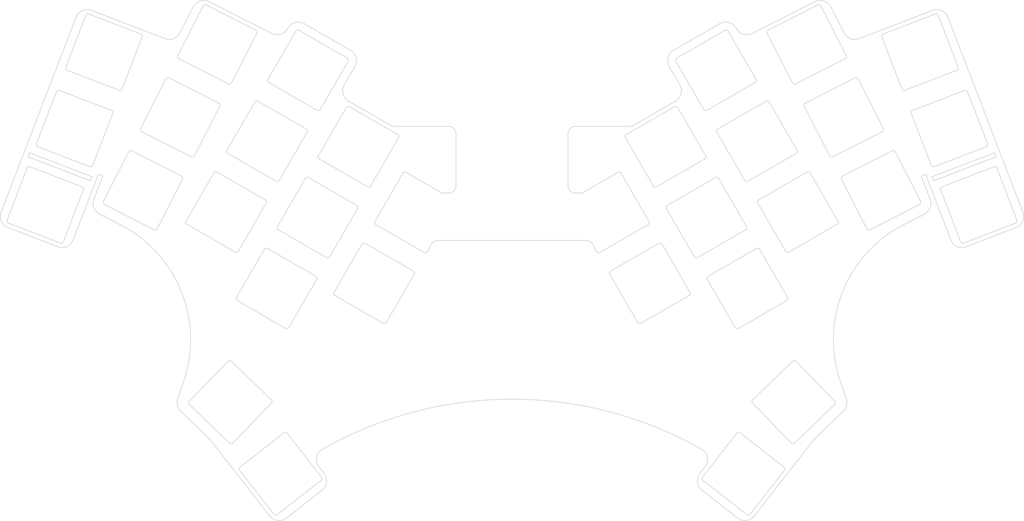
<source format=kicad_pcb>
(kicad_pcb
	(version 20241229)
	(generator "pcbnew")
	(generator_version "9.0")
	(general
		(thickness 1.6)
		(legacy_teardrops no)
	)
	(paper "A3")
	(title_block
		(title "metasepia_switchplate")
		(rev "v1.0.0")
		(company "Unknown")
	)
	(layers
		(0 "F.Cu" signal)
		(2 "B.Cu" signal)
		(9 "F.Adhes" user)
		(11 "B.Adhes" user)
		(13 "F.Paste" user)
		(15 "B.Paste" user)
		(5 "F.SilkS" user)
		(7 "B.SilkS" user)
		(1 "F.Mask" user)
		(3 "B.Mask" user)
		(17 "Dwgs.User" user)
		(19 "Cmts.User" user)
		(21 "Eco1.User" user)
		(23 "Eco2.User" user)
		(25 "Edge.Cuts" user)
		(27 "Margin" user)
		(31 "F.CrtYd" user)
		(29 "B.CrtYd" user)
		(35 "F.Fab" user)
		(33 "B.Fab" user)
	)
	(setup
		(pad_to_mask_clearance 0.05)
		(allow_soldermask_bridges_in_footprints no)
		(tenting front back)
		(pcbplotparams
			(layerselection 0x00000000_00000000_55555555_5755f5ff)
			(plot_on_all_layers_selection 0x00000000_00000000_00000000_00000000)
			(disableapertmacros no)
			(usegerberextensions no)
			(usegerberattributes yes)
			(usegerberadvancedattributes yes)
			(creategerberjobfile yes)
			(dashed_line_dash_ratio 12.000000)
			(dashed_line_gap_ratio 3.000000)
			(svgprecision 4)
			(plotframeref no)
			(mode 1)
			(useauxorigin no)
			(hpglpennumber 1)
			(hpglpenspeed 20)
			(hpglpendiameter 15.000000)
			(pdf_front_fp_property_popups yes)
			(pdf_back_fp_property_popups yes)
			(pdf_metadata yes)
			(pdf_single_document no)
			(dxfpolygonmode yes)
			(dxfimperialunits yes)
			(dxfusepcbnewfont yes)
			(psnegative no)
			(psa4output no)
			(plot_black_and_white yes)
			(sketchpadsonfab no)
			(plotpadnumbers no)
			(hidednponfab no)
			(sketchdnponfab yes)
			(crossoutdnponfab yes)
			(subtractmaskfromsilk no)
			(outputformat 1)
			(mirror no)
			(drillshape 1)
			(scaleselection 1)
			(outputdirectory "")
		)
	)
	(net 0 "")
	(gr_line
		(start 152.450871 94.841179)
		(end 151.398313 94.841179)
		(stroke
			(width 0.15)
			(type solid)
		)
		(layer "Edge.Cuts")
		(uuid "01267bf4-6c11-44a9-bbe3-b022067f5f0a")
	)
	(gr_arc
		(start 211.17937 154.327935)
		(mid 212.518171 156.184899)
		(end 211.987513 158.411804)
		(stroke
			(width 0.15)
			(type solid)
		)
		(layer "Edge.Cuts")
		(uuid "015a1d9a-caa2-4ab7-8cfb-3f11c16181a9")
	)
	(gr_arc
		(start 132.411453 106.666496)
		(mid 132.715056 106.433534)
		(end 133.094465 106.483484)
		(stroke
			(width 0.15)
			(type solid)
		)
		(layer "Edge.Cuts")
		(uuid "019999d9-841e-47f9-a7b4-b1a472f5ce4c")
	)
	(gr_line
		(start 222.980748 143.584294)
		(end 232.011307 152.935712)
		(stroke
			(width 0.15)
			(type solid)
		)
		(layer "Edge.Cuts")
		(uuid "02049e41-f186-409e-b185-3d163f525805")
	)
	(gr_line
		(start 234.983623 74.653152)
		(end 240.8855 86.236236)
		(stroke
			(width 0.15)
			(type solid)
		)
		(layer "Edge.Cuts")
		(uuid "03a05c6d-d589-4a4c-8d6e-f55b824c6d1d")
	)
	(gr_line
		(start 223.379178 169.819446)
		(end 237.189998 152.142403)
		(stroke
			(width 0.15)
			(type solid)
		)
		(layer "Edge.Cuts")
		(uuid "0461aba5-d509-4f97-a991-22b8cda8af78")
	)
	(gr_arc
		(start 103.991675 159.196048)
		(mid 103.889407 158.827283)
		(end 104.077849 158.494212)
		(stroke
			(width 0.15)
			(type solid)
		)
		(layer "Edge.Cuts")
		(uuid "0571ca57-1db3-470a-9d71-cc59db1f21b7")
	)
	(gr_arc
		(start 101.350238 133.859077)
		(mid 101.701182 133.706482)
		(end 102.057237 133.846736)
		(stroke
			(width 0.15)
			(type solid)
		)
		(layer "Edge.Cuts")
		(uuid "058b7d65-6d79-4ef5-a105-7ccd94f56b8a")
	)
	(gr_line
		(start 263.167669 90.541754)
		(end 268.991148 105.712436)
		(stroke
			(width 0.15)
			(type solid)
		)
		(layer "Edge.Cuts")
		(uuid "05bab5e9-5a7f-4986-9965-bf0aece7062d")
	)
	(gr_line
		(start 122.464982 86.894287)
		(end 133.723312 93.394287)
		(stroke
			(width 0.15)
			(type solid)
		)
		(layer "Edge.Cuts")
		(uuid "064fdc07-e425-483f-81dd-10047881bbd2")
	)
	(gr_arc
		(start 210.17843 109.84877)
		(mid 209.799021 109.89872)
		(end 209.495418 109.665758)
		(stroke
			(width 0.15)
			(type solid)
		)
		(layer "Edge.Cuts")
		(uuid "07b5317a-a99c-4938-851b-0810676fbd3a")
	)
	(gr_arc
		(start 198.99029 101.470344)
		(mid 199.04024 101.849753)
		(end 198.807278 102.153356)
		(stroke
			(width 0.15)
			(type solid)
		)
		(layer "Edge.Cuts")
		(uuid "08640b0c-257c-42a6-a83c-b7a056735ee6")
	)
	(gr_arc
		(start 93.516243 86.236236)
		(mid 93.225248 86.484769)
		(end 92.843745 86.454744)
		(stroke
			(width 0.15)
			(type solid)
		)
		(layer "Edge.Cuts")
		(uuid "091ae590-a8d9-49a4-abc1-57374cbc2381")
	)
	(gr_line
		(start 231.119773 119.12024)
		(end 224.619773 107.86191)
		(stroke
			(width 0.15)
			(type solid)
		)
		(layer "Edge.Cuts")
		(uuid "09ca0a92-0546-4ba6-9034-5df1ef84349a")
	)
	(gr_line
		(start 119.51883 79.997173)
		(end 108.2605 73.497173)
		(stroke
			(width 0.15)
			(type solid)
		)
		(layer "Edge.Cuts")
		(uuid "09d846c3-2b3c-4316-80b8-133df8afe4df")
	)
	(gr_arc
		(start 138.035808 124.924826)
		(mid 137.732205 125.157789)
		(end 137.352795 125.107839)
		(stroke
			(width 0.15)
			(type solid)
		)
		(layer "Edge.Cuts")
		(uuid "09e32229-cd06-4b5e-99ab-0b73f03347cd")
	)
	(gr_arc
		(start 221.882913 92.121529)
		(mid 221.503503 92.171479)
		(end 221.1999 91.938516)
		(stroke
			(width 0.15)
			(type solid)
		)
		(layer "Edge.Cuts")
		(uuid "0a98b2b6-1fbe-47d2-b2b0-a92983908a58")
	)
	(gr_arc
		(start 181.950871 94.841179)
		(mid 180.713434 94.328616)
		(end 180.200871 93.091179)
		(stroke
			(width 0.15)
			(type solid)
		)
		(layer "Edge.Cuts")
		(uuid "0abb7bee-72ae-4e06-819a-a974d7613fc2")
	)
	(gr_arc
		(start 261.98541 96.809494)
		(mid 262.015435 97.190997)
		(end 261.766902 97.481992)
		(stroke
			(width 0.15)
			(type solid)
		)
		(layer "Edge.Cuts")
		(uuid "0ac984b1-7474-4dee-ad31-ed0c663c740d")
	)
	(gr_line
		(start 258.1353 102.138201)
		(end 262.875914 99.722738)
		(stroke
			(width 0.15)
			(type solid)
		)
		(layer "Edge.Cuts")
		(uuid "0c653c8d-ac42-4dd7-a0a9-d2340ac175c9")
	)
	(gr_line
		(start 50.28134 102.850507)
		(end 61.857737 107.29427)
		(stroke
			(width 0.15)
			(type solid)
		)
		(layer "Edge.Cuts")
		(uuid "0c6b0bb7-e82f-44e5-97c9-eb0dd56deb49")
	)
	(gr_line
		(start 63.142153 106.180594)
		(end 67.800937 94.044048)
		(stroke
			(width 0.15)
			(type solid)
		)
		(layer "Edge.Cuts")
		(uuid "0da26c92-86dc-44d8-acef-9548f27fff04")
	)
	(gr_arc
		(start 122.701842 75.484034)
		(mid 122.398239 75.716996)
		(end 122.01883 75.667046)
		(stroke
			(width 0.15)
			(type solid)
		)
		(layer "Edge.Cuts")
		(uuid "0e49ef3d-80cf-483c-b371-e956fe08c77f")
	)
	(gr_arc
		(start 81.260659 80.552868)
		(mid 81.012126 80.261873)
		(end 81.042152 79.880369)
		(stroke
			(width 0.15)
			(type solid)
		)
		(layer "Edge.Cuts")
		(uuid "0e69a171-346b-481e-9f97-69e8bb654314")
	)
	(gr_arc
		(start 265.406976 53.263235)
		(mid 265.789528 53.273252)
		(end 266.05295 53.550841)
		(stroke
			(width 0.15)
			(type solid)
		)
		(layer "Edge.Cuts")
		(uuid "0ecbd20c-eb86-452b-9602-771b6dc65b1f")
	)
	(gr_arc
		(start 86.944028 68.297285)
		(mid 87.235023 68.048751)
		(end 87.616527 68.078776)
		(stroke
			(width 0.15)
			(type solid)
		)
		(layer "Edge.Cuts")
		(uuid "0f0a2b58-1cba-4a7e-8f8a-272af9b79425")
	)
	(gr_line
		(start 180.200871 93.091179)
		(end 180.200871 81.091179)
		(stroke
			(width 0.15)
			(type solid)
		)
		(layer "Edge.Cuts")
		(uuid "0f142d5b-f40c-491c-aec1-cf5d000430af")
	)
	(gr_arc
		(start 223.824255 68.484034)
		(mid 223.874205 68.863443)
		(end 223.641243 69.167046)
		(stroke
			(width 0.15)
			(type solid)
		)
		(layer "Edge.Cuts")
		(uuid "0fbb649e-4901-4817-8e02-8e4e54d65307")
	)
	(gr_arc
		(start 211.244966 163.828962)
		(mid 210.208533 161.997072)
		(end 210.771006 159.968862)
		(stroke
			(width 0.15)
			(type solid)
		)
		(layer "Edge.Cuts")
		(uuid "10321434-b8fc-41d2-9e1b-efc60c262da8")
	)
	(gr_line
		(start 271.905564 106.4682)
		(end 284.042109 101.809417)
		(stroke
			(width 0.15)
			(type solid)
		)
		(layer "Edge.Cuts")
		(uuid "11a1091f-0a69-41d4-acf2-187230ffccf3")
	)
	(gr_arc
		(start 264.768534 52.437165)
		(mid 266.872572 52.492261)
		(end 268.321392 54.018999)
		(stroke
			(width 0.15)
			(type solid)
		)
		(layer "Edge.Cuts")
		(uuid "1440fe29-e5e7-48c5-a072-24226d8337c8")
	)
	(gr_line
		(start 261.98541 96.809493)
		(end 256.083534 85.226408)
		(stroke
			(width 0.15)
			(type solid)
		)
		(layer "Edge.Cuts")
		(uuid "14e4f00c-879c-4a6c-b19c-76d36bb2c8c0")
	)
	(gr_arc
		(start 231.119773 119.12024)
		(mid 231.169723 119.49965)
		(end 230.93676 119.803253)
		(stroke
			(width 0.15)
			(type solid)
		)
		(layer "Edge.Cuts")
		(uuid "15161739-c2d9-4d84-abe4-57df9ef6eaa4")
	)
	(gr_arc
		(start 266.600807 94.044048)
		(mid 266.610824 93.661496)
		(end 266.888413 93.398074)
		(stroke
			(width 0.15)
			(type solid)
		)
		(layer "Edge.Cuts")
		(uuid "1596bbbc-cbcf-4217-8886-7db8529926dc")
	)
	(gr_line
		(start 102.142063 69.307112)
		(end 108.043939 57.724028)
		(stroke
			(width 0.15)
			(type solid)
		)
		(layer "Edge.Cuts")
		(uuid "16067cfd-e0bc-456c-b2e5-7e7e7e54fdb9")
	)
	(gr_arc
		(start 50.28134 102.850508)
		(mid 48.754601 101.401687)
		(end 48.699505 99.297649)
		(stroke
			(width 0.15)
			(type solid)
		)
		(layer "Edge.Cuts")
		(uuid "16a8abfb-dfff-499b-b258-050e9ba9828a")
	)
	(gr_arc
		(start 81.131312 57.922017)
		(mid 81.408901 58.185439)
		(end 81.418919 58.567992)
		(stroke
			(width 0.15)
			(type solid)
		)
		(layer "Edge.Cuts")
		(uuid "16ef591f-59b5-445c-91db-95df41e0d01a")
	)
	(gr_arc
		(start 285.702237 99.297649)
		(mid 285.647141 101.401687)
		(end 284.120403 102.850507)
		(stroke
			(width 0.15)
			(type solid)
		)
		(layer "Edge.Cuts")
		(uuid "1828def6-f389-4ae9-a621-f22cb2af2deb")
	)
	(gr_line
		(start 193.495418 81.952945)
		(end 199.995418 93.211275)
		(stroke
			(width 0.15)
			(type solid)
		)
		(layer "Edge.Cuts")
		(uuid "192f1b70-a8f5-439e-89c0-629946b04bb1")
	)
	(gr_line
		(start 69.75541 91.045293)
		(end 55.284913 85.490589)
		(stroke
			(width 0.15)
			(type solid)
		)
		(layer "Edge.Cuts")
		(uuid "1aaf2908-05a7-4ce4-ae9a-2d4c36b7cb15")
	)
	(gr_line
		(start 222.913988 57.79525)
		(end 237.438104 50.394843)
		(stroke
			(width 0.15)
			(type solid)
		)
		(layer "Edge.Cuts")
		(uuid "1c2ccd29-0c19-40e9-b216-a656c65b5720")
	)
	(gr_arc
		(start 74.322321 75.660045)
		(mid 74.59991 75.923467)
		(end 74.609928 76.30602)
		(stroke
			(width 0.15)
			(type solid)
		)
		(layer "Edge.Cuts")
		(uuid "1c4a266d-8c91-4f08-8ac0-13def85c7be8")
	)
	(gr_line
		(start 121.723313 114.178897)
		(end 110.464982 107.678897)
		(stroke
			(width 0.15)
			(type solid)
		)
		(layer "Edge.Cuts")
		(uuid "1f26e324-7893-4381-8815-ea77dfe11f6e")
	)
	(gr_arc
		(start 57.168625 84.071389)
		(mid 56.891036 83.807967)
		(end 56.881018 83.425414)
		(stroke
			(width 0.15)
			(type solid)
		)
		(layer "Edge.Cuts")
		(uuid "1f6aed3a-d865-44ca-9dc2-4d27fc95b6e7")
	)
	(gr_arc
		(start 187.548948 108.653357)
		(mid 187.169538 108.703307)
		(end 186.865935 108.470344)
		(stroke
			(width 0.15)
			(type solid)
		)
		(layer "Edge.Cuts")
		(uuid "1f86ecbc-1c81-4c35-861a-1c0c28b5ce27")
	)
	(gr_arc
		(start 259.791815 76.30602)
		(mid 259.801832 75.923468)
		(end 260.079421 75.660046)
		(stroke
			(width 0.15)
			(type solid)
		)
		(layer "Edge.Cuts")
		(uuid "20bb685d-23e6-4f2b-9906-767e16b6c378")
	)
	(gr_line
		(start 262.14073 90.935959)
		(end 264.194786 96.286958)
		(stroke
			(width 0.15)
			(type solid)
		)
		(layer "Edge.Cuts")
		(uuid "21f4fcc6-36b9-481f-8225-616c11a69120")
	)
	(gr_arc
		(start 101.2605 85.621529)
		(mid 101.027537 85.317926)
		(end 101.077487 84.938516)
		(stroke
			(width 0.15)
			(type solid)
		)
		(layer "Edge.Cuts")
		(uuid "227db6ba-a81e-4f11-a21f-93b667acf68a")
	)
	(gr_line
		(start 279.024958 88.739291)
		(end 266.888413 93.398074)
		(stroke
			(width 0.15)
			(type solid)
		)
		(layer "Edge.Cuts")
		(uuid "23ef7c23-e60c-4993-a939-f350a45ca89d")
	)
	(gr_line
		(start 272.215967 71.001263)
		(end 260.079421 75.660046)
		(stroke
			(width 0.15)
			(type solid)
		)
		(layer "Edge.Cuts")
		(uuid "2505e171-4d86-4b03-b979-95c3ec6c0def")
	)
	(gr_arc
		(start 126.094465 118.607839)
		(mid 125.861502 118.304236)
		(end 125.911452 117.924826)
		(stroke
			(width 0.15)
			(type solid)
		)
		(layer "Edge.Cuts")
		(uuid "25911cf4-ec1b-4191-bfe3-29eded5f1add")
	)
	(gr_line
		(start 140.723313 81.269932)
		(end 129.464982 74.769932)
		(stroke
			(width 0.15)
			(type solid)
		)
		(layer "Edge.Cuts")
		(uuid "265bac34-d5e8-41c3-942a-8ad7a8136a93")
	)
	(gr_line
		(start 204.936761 74.769932)
		(end 193.67843 81.269932)
		(stroke
			(width 0.15)
			(type solid)
		)
		(layer "Edge.Cuts")
		(uuid "2663bfab-e5d5-40cb-a179-5cda363ff684")
	)
	(gr_arc
		(start 271.905564 106.4682)
		(mid 271.523012 106.458183)
		(end 271.25959 106.180594)
		(stroke
			(width 0.15)
			(type solid)
		)
		(layer "Edge.Cuts")
		(uuid "2689bb7a-8741-48e6-b92d-ad5e9a328853")
	)
	(gr_arc
		(start 110.7605 69.167047)
		(mid 110.527537 68.863444)
		(end 110.577487 68.484034)
		(stroke
			(width 0.15)
			(type solid)
		)
		(layer "Edge.Cuts")
		(uuid "275f3205-6bfa-4879-b5a8-d8410b1a9a6e")
	)
	(gr_line
		(start 252.982824 58.567992)
		(end 257.641608 70.704538)
		(stroke
			(width 0.15)
			(type solid)
		)
		(layer "Edge.Cuts")
		(uuid "27ded859-1c80-4a50-92ee-32d8f436a70d")
	)
	(gr_line
		(start 129.272162 73.503907)
		(end 138.744474 78.972748)
		(stroke
			(width 0.15)
			(type solid)
		)
		(layer "Edge.Cuts")
		(uuid "28ef9f48-9de1-4103-96c5-1987f448acae")
	)
	(gr_line
		(start 91.096186 138.388288)
		(end 89.671349 142.646304)
		(stroke
			(width 0.15)
			(type solid)
		)
		(layer "Edge.Cuts")
		(uuid "2920d195-2dd0-4cf7-8ebf-0d6f29fb5f1e")
	)
	(gr_line
		(start 223.824256 68.484034)
		(end 217.324256 57.225703)
		(stroke
			(width 0.15)
			(type solid)
		)
		(layer "Edge.Cuts")
		(uuid "2991760b-0779-4b5d-987a-cb0b214b0d42")
	)
	(gr_arc
		(start 91.7605 102.076012)
		(mid 91.527537 101.772409)
		(end 91.577487 101.392999)
		(stroke
			(width 0.15)
			(type solid)
		)
		(layer "Edge.Cuts")
		(uuid "29c12e98-5bba-47ec-aca4-41228bd4ecce")
	)
	(gr_arc
		(start 250.183817 103.383868)
		(mid 249.802314 103.413893)
		(end 249.511319 103.16536)
		(stroke
			(width 0.15)
			(type solid)
		)
		(layer "Edge.Cuts")
		(uuid "2a9cd9eb-bec3-43ac-8e58-1c7639150b00")
	)
	(gr_line
		(start 115.406325 126.12024)
		(end 121.906325 114.86191)
		(stroke
			(width 0.15)
			(type solid)
		)
		(layer "Edge.Cuts")
		(uuid "2b35290c-c78e-4dda-b3e1-ec65cc0916bd")
	)
	(gr_arc
		(start 243.305556 138.388287)
		(mid 243.98865 117.509304)
		(end 258.1353 102.138201)
		(stroke
			(width 0.15)
			(type solid)
		)
		(layer "Edge.Cuts")
		(uuid "2bb00240-1d09-4556-b2de-4e2d76afcdd1")
	)
	(gr_arc
		(start 99.199612 73.980653)
		(mid 99.448145 74.271648)
		(end 99.41812 74.653151)
		(stroke
			(width 0.15)
			(type solid)
		)
		(layer "Edge.Cuts")
		(uuid "2c22e288-e2d2-4514-b1c4-963e519d064e")
	)
	(gr_line
		(start 203.661151 65.460511)
		(end 206.136151 69.747337)
		(stroke
			(width 0.15)
			(type solid)
		)
		(layer "Edge.Cuts")
		(uuid "2cf4637c-7e86-460e-aef5-7bde5927fff2")
	)
	(gr_arc
		(start 242.824256 101.392999)
		(mid 242.874206 101.772409)
		(end 242.641243 102.076012)
		(stroke
			(width 0.15)
			(type solid)
		)
		(layer "Edge.Cuts")
		(uuid "2d0bd2df-8a63-4ccb-bacb-367b3c32c841")
	)
	(gr_arc
		(start 96.955026 151.857288)
		(mid 97.088364 151.995363)
		(end 97.211745 152.142403)
		(stroke
			(width 0.15)
			(type solid)
		)
		(layer "Edge.Cuts")
		(uuid "2d51104d-8e73-486e-9f8b-ed87b18e2f07")
	)
	(gr_arc
		(start 129.734022 61.703941)
		(mid 131.015318 63.373759)
		(end 130.740592 65.460511)
		(stroke
			(width 0.15)
			(type solid)
		)
		(layer "Edge.Cuts")
		(uuid "2e40248a-fbea-4da7-ad56-14a88e25e03e")
	)
	(gr_line
		(start 223.93676 107.678897)
		(end 212.67843 114.178897)
		(stroke
			(width 0.15)
			(type solid)
		)
		(layer "Edge.Cuts")
		(uuid "2f089d66-6114-4d42-b901-4c2954c722f7")
	)
	(gr_arc
		(start 110.01883 96.451656)
		(mid 110.251793 96.755259)
		(end 110.201843 97.134669)
		(stroke
			(width 0.15)
			(type solid)
		)
		(layer "Edge.Cuts")
		(uuid "315c351b-c6a7-4dd6-ac9d-86044fac3845")
	)
	(gr_line
		(start 107.825431 57.051529)
		(end 96.242346 51.149653)
		(stroke
			(width 0.15)
			(type solid)
		)
		(layer "Edge.Cuts")
		(uuid "32e6f7ed-12db-4c24-a6cd-e8bda479e26d")
	)
	(gr_arc
		(start 224.1999 97.134669)
		(mid 224.14995 96.755259)
		(end 224.382913 96.451656)
		(stroke
			(width 0.15)
			(type solid)
		)
		(layer "Edge.Cuts")
		(uuid "330af522-4cd0-44f6-a518-18590df32e01")
	)
	(gr_arc
		(start 230.323894 158.494212)
		(mid 230.512336 158.827283)
		(end 230.410068 159.196048)
		(stroke
			(width 0.15)
			(type solid)
		)
		(layer "Edge.Cuts")
		(uuid "346d4122-e00a-463d-84a3-6846c4c963f4")
	)
	(gr_arc
		(start 68.348793 53.550841)
		(mid 68.612215 53.273252)
		(end 68.994767 53.263235)
		(stroke
			(width 0.15)
			(type solid)
		)
		(layer "Edge.Cuts")
		(uuid "3548b198-2006-48a0-a16f-f3e7fb84da86")
	)
	(gr_line
		(start 74.322321 75.660046)
		(end 62.185776 71.001263)
		(stroke
			(width 0.15)
			(type solid)
		)
		(layer "Edge.Cuts")
		(uuid "360168ca-3b96-495f-86d8-eb9b3b132efd")
	)
	(gr_line
		(start 197.048948 125.107839)
		(end 208.307278 118.607839)
		(stroke
			(width 0.15)
			(type solid)
		)
		(layer "Edge.Cuts")
		(uuid "3727a92c-27f5-4bee-8ef9-865711cbe26c")
	)
	(gr_line
		(start 101.2605 85.621529)
		(end 112.51883 92.121529)
		(stroke
			(width 0.15)
			(type solid)
		)
		(layer "Edge.Cuts")
		(uuid "3795e2ee-f64a-40b7-9a29-1ab590dcc904")
	)
	(gr_line
		(start 233.324256 84.938516)
		(end 226.824256 73.680186)
		(stroke
			(width 0.15)
			(type solid)
		)
		(layer "Edge.Cuts")
		(uuid "379ad709-7d08-461d-aa22-29ec24391172")
	)
	(gr_arc
		(start 221.619773 102.665758)
		(mid 221.669723 103.045167)
		(end 221.436761 103.34877)
		(stroke
			(width 0.15)
			(type solid)
		)
		(layer "Edge.Cuts")
		(uuid "39a3365c-532e-4591-ad00-040a2b5c0a58")
	)
	(gr_arc
		(start 98.077487 90.134669)
		(mid 98.38109 89.901706)
		(end 98.7605 89.951656)
		(stroke
			(width 0.15)
			(type solid)
		)
		(layer "Edge.Cuts")
		(uuid "39fae6fd-7c11-43ad-b1ac-15a2c2ef51de")
	)
	(gr_arc
		(start 272.215967 71.001263)
		(mid 272.598519 71.01128)
		(end 272.861941 71.288869)
		(stroke
			(width 0.15)
			(type solid)
		)
		(layer "Edge.Cuts")
		(uuid "3a526f42-74d9-48e3-997a-af5baf415bc1")
	)
	(gr_line
		(start 122.701843 75.484034)
		(end 129.201843 64.225703)
		(stroke
			(width 0.15)
			(type solid)
		)
		(layer "Edge.Cuts")
		(uuid "3a9ec5c3-081a-4198-8ee7-ac282950adea")
	)
	(gr_arc
		(start 50.359633 101.809416)
		(mid 50.082044 101.545994)
		(end 50.072027 101.163442)
		(stroke
			(width 0.15)
			(type solid)
		)
		(layer "Edge.Cuts")
		(uuid "3aae9da6-efb1-4a42-8fc1-95fd00bddf73")
	)
	(gr_line
		(start 284.329716 101.163442)
		(end 279.670932 89.026897)
		(stroke
			(width 0.15)
			(type solid)
		)
		(layer "Edge.Cuts")
		(uuid "3acb41a4-b803-46b9-b453-5fee4c892220")
	)
	(gr_arc
		(start 241.557998 86.454744)
		(mid 241.176495 86.484769)
		(end 240.8855 86.236236)
		(stroke
			(width 0.15)
			(type solid)
		)
		(layer "Edge.Cuts")
		(uuid "3bad7ead-760d-4835-9fab-f32b25e428d8")
	)
	(gr_line
		(start 244.730394 142.646304)
		(end 243.305557 138.388288)
		(stroke
			(width 0.15)
			(type solid)
		)
		(layer "Edge.Cuts")
		(uuid "3c094404-2a87-4fa3-b5e8-f730509ee6fb")
	)
	(gr_line
		(start 258.287582 70.992144)
		(end 270.424127 66.33336)
		(stroke
			(width 0.15)
			(type solid)
		)
		(layer "Edge.Cuts")
		(uuid "3c6a1de7-523a-482c-b0b7-d20fc98feffa")
	)
	(gr_arc
		(start 123.027424 160.820927)
		(mid 123.129692 161.189692)
		(end 122.94125 161.522763)
		(stroke
			(width 0.15)
			(type solid)
		)
		(layer "Edge.Cuts")
		(uuid "3c769239-a10e-4f8b-94e8-bebb2f373312")
	)
	(gr_line
		(start 134.406325 93.211275)
		(end 140.906325 81.952945)
		(stroke
			(width 0.15)
			(type solid)
		)
		(layer "Edge.Cuts")
		(uuid "3f78d2f8-11e9-4429-aac5-8ccede034f31")
	)
	(gr_arc
		(start 252.982824 58.567992)
		(mid 252.992841 58.18544)
		(end 253.27043 57.922018)
		(stroke
			(width 0.15)
			(type solid)
		)
		(layer "Edge.Cuts")
		(uuid "401c8b82-45af-49e4-86c7-50371882ae1a")
	)
	(gr_line
		(start 212.495418 114.86191)
		(end 218.995418 126.12024)
		(stroke
			(width 0.15)
			(type solid)
		)
		(layer "Edge.Cuts")
		(uuid "407919ef-6ef5-4b87-b896-03230e80b72c")
	)
	(gr_line
		(start 78.318209 85.226408)
		(end 72.416332 96.809493)
		(stroke
			(width 0.15)
			(type solid)
		)
		(layer "Edge.Cuts")
		(uuid "41e09473-6310-40e0-b312-277f2dcc6b57")
	)
	(gr_line
		(start 118.995307 55.503941)
		(end 129.734022 61.703941)
		(stroke
			(width 0.15)
			(type solid)
		)
		(layer "Edge.Cuts")
		(uuid "41e6a8b0-dcf1-4c5a-b365-476aac854cb4")
	)
	(gr_arc
		(start 214.6999 80.680186)
		(mid 214.64995 80.300776)
		(end 214.882913 79.997173)
		(stroke
			(width 0.15)
			(type solid)
		)
		(layer "Edge.Cuts")
		(uuid "436f847b-9b9b-480c-953a-bc8778d9ca50")
	)
	(gr_line
		(start 54.926545 86.42417)
		(end 69.397042 91.978873)
		(stroke
			(width 0.15)
			(type solid)
		)
		(layer "Edge.Cuts")
		(uuid "437480f4-925d-404f-a873-a67fff5c37bc")
	)
	(gr_line
		(start 187.548948 108.653356)
		(end 198.807278 102.153356)
		(stroke
			(width 0.15)
			(type solid)
		)
		(layer "Edge.Cuts")
		(uuid "440897b0-0f67-4bb7-b419-a12999dc2b47")
	)
	(gr_line
		(start 210.771006 159.968862)
		(end 211.987513 158.411804)
		(stroke
			(width 0.15)
			(type solid)
		)
		(layer "Edge.Cuts")
		(uuid "450a0df9-ad6c-46c1-8270-1a185a1c36c0")
	)
	(gr_line
		(start 265.096573 88.730172)
		(end 277.233118 84.071389)
		(stroke
			(width 0.15)
			(type solid)
		)
		(layer "Edge.Cuts")
		(uuid "4533e793-fa3b-4fc8-b354-5ea5c8a1a2bf")
	)
	(gr_line
		(start 219.67843 126.303253)
		(end 230.93676 119.803253)
		(stroke
			(width 0.15)
			(type solid)
		)
		(layer "Edge.Cuts")
		(uuid "45393967-1d34-4821-8b79-84b1b44281cb")
	)
	(gr_line
		(start 112.69711 169.526363)
		(end 122.94125 161.522763)
		(stroke
			(width 0.15)
			(type solid)
		)
		(layer "Edge.Cuts")
		(uuid "45a5a2f2-a690-4154-aa91-274d0d569c89")
	)
	(gr_arc
		(start 115.406326 126.12024)
		(mid 115.102723 126.353203)
		(end 114.723313 126.303253)
		(stroke
			(width 0.15)
			(type solid)
		)
		(layer "Edge.Cuts")
		(uuid "45bfdea5-9d1c-4f54-b9ed-0db167f85dc8")
	)
	(gr_arc
		(start 231.382913 108.576012)
		(mid 231.003503 108.625962)
		(end 230.6999 108.392999)
		(stroke
			(width 0.15)
			(type solid)
		)
		(layer "Edge.Cuts")
		(uuid "45c725b8-0395-4769-875f-99c52e4af0de")
	)
	(gr_line
		(start 250.183818 103.383868)
		(end 261.766902 97.481992)
		(stroke
			(width 0.15)
			(type solid)
		)
		(layer "Edge.Cuts")
		(uuid "470bf087-1691-4af5-afc8-709fa3244c0d")
	)
	(gr_arc
		(start 92.33202 143.917494)
		(mid 92.179425 143.56655)
		(end 92.319679 143.210495)
		(stroke
			(width 0.15)
			(type solid)
		)
		(layer "Edge.Cuts")
		(uuid "478703bf-d453-4947-862a-d27a70571a44")
	)
	(gr_arc
		(start 54.730811 89.026897)
		(mid 54.994233 88.749308)
		(end 55.376785 88.739291)
		(stroke
			(width 0.15)
			(type solid)
		)
		(layer "Edge.Cuts")
		(uuid "4843eff0-88f0-437d-b9ae-8971f0103727")
	)
	(gr_line
		(start 246.785216 68.078776)
		(end 235.202131 73.980653)
		(stroke
			(width 0.15)
			(type solid)
		)
		(layer "Edge.Cuts")
		(uuid "4be6b466-c8e6-4306-a448-72920a46d82b")
	)
	(gr_arc
		(start 193.495417 81.952945)
		(mid 193.445467 81.573535)
		(end 193.67843 81.269932)
		(stroke
			(width 0.15)
			(type solid)
		)
		(layer "Edge.Cuts")
		(uuid "4c50b3df-1704-42e5-a257-9a3723cf0ca2")
	)
	(gr_arc
		(start 72.63484 97.481993)
		(mid 72.386307 97.190997)
		(end 72.416332 96.809493)
		(stroke
			(width 0.15)
			(type solid)
		)
		(layer "Edge.Cuts")
		(uuid "4e009372-5a92-4bcd-8b0c-24b0f2f60845")
	)
	(gr_line
		(start 232.344506 133.846736)
		(end 222.993088 142.877295)
		(stroke
			(width 0.15)
			(type solid)
		)
		(layer "Edge.Cuts")
		(uuid "4e14bcc3-d509-4694-a1c7-1fcd5cf72f7f")
	)
	(gr_line
		(start 241.557998 86.454744)
		(end 253.141083 80.552868)
		(stroke
			(width 0.15)
			(type solid)
		)
		(layer "Edge.Cuts")
		(uuid "4fdef2b5-13ac-4b8c-bd25-a64a460e1f72")
	)
	(gr_arc
		(start 111.408654 142.877295)
		(mid 111.561249 143.228239)
		(end 111.420995 143.584294)
		(stroke
			(width 0.15)
			(type solid)
		)
		(layer "Edge.Cuts")
		(uuid "4fecf741-b284-4006-91b6-3195ff37cedd")
	)
	(gr_line
		(start 115.117799 56.719982)
		(end 115.238737 56.510511)
		(stroke
			(width 0.15)
			(type solid)
		)
		(layer "Edge.Cuts")
		(uuid "502e7c18-01dc-4e76-8383-5e845e8522ea")
	)
	(gr_arc
		(start 232.932178 69.52562)
		(mid 232.550675 69.555645)
		(end 232.25968 69.307112)
		(stroke
			(width 0.15)
			(type solid)
		)
		(layer "Edge.Cuts")
		(uuid "505a7a08-1b1f-4133-a77e-02db3aea5470")
	)
	(gr_line
		(start 119.28197 91.407427)
		(end 112.78197 102.665758)
		(stroke
			(width 0.15)
			(type solid)
		)
		(layer "Edge.Cuts")
		(uuid "50dbae17-0394-4cc1-9e6b-eb6af613b575")
	)
	(gr_line
		(start 76.760135 70.704538)
		(end 81.418919 58.567992)
		(stroke
			(width 0.15)
			(type solid)
		)
		(layer "Edge.Cuts")
		(uuid "50ef6eb5-1861-43e7-9fea-1957735dc310")
	)
	(gr_line
		(start 150.523313 94.606723)
		(end 142.594465 90.029001)
		(stroke
			(width 0.15)
			(type solid)
		)
		(layer "Edge.Cuts")
		(uuid "52417707-b67a-42e8-83d5-dd180b3f462f")
	)
	(gr_arc
		(start 264.194786 96.286958)
		(mid 264.194786 98.257982)
		(end 262.875914 99.722738)
		(stroke
			(width 0.15)
			(type solid)
		)
		(layer "Edge.Cuts")
		(uuid "52428ff0-dc59-4725-9231-f4a9038e4d81")
	)
	(gr_line
		(start 99.199612 73.980653)
		(end 87.616527 68.078776)
		(stroke
			(width 0.15)
			(type solid)
		)
		(layer "Edge.Cuts")
		(uuid "525e54d3-e123-4fc3-bc76-f4db07aaf8e4")
	)
	(gr_arc
		(start 226.141243 73.497173)
		(mid 226.520653 73.447223)
		(end 226.824256 73.680186)
		(stroke
			(width 0.15)
			(type solid)
		)
		(layer "Edge.Cuts")
		(uuid "52c2a502-b9c9-4412-87f2-f73e8e7d980b")
	)
	(gr_line
		(start 226.141243 73.497173)
		(end 214.882913 79.997173)
		(stroke
			(width 0.15)
			(type solid)
		)
		(layer "Edge.Cuts")
		(uuid "536932d9-c037-4c40-aa31-de99db746316")
	)
	(gr_line
		(start 141.911452 90.212014)
		(end 135.411452 101.470344)
		(stroke
			(width 0.15)
			(type solid)
		)
		(layer "Edge.Cuts")
		(uuid "53b3c283-a588-44dd-a43e-942ac97c2988")
	)
	(gr_line
		(start 68.348793 53.550841)
		(end 63.690009 65.687386)
		(stroke
			(width 0.15)
			(type solid)
		)
		(layer "Edge.Cuts")
		(uuid "567a0f68-d19f-4329-bf4e-f459166be553")
	)
	(gr_line
		(start 69.397042 91.978873)
		(end 69.75541 91.045293)
		(stroke
			(width 0.15)
			(type solid)
		)
		(layer "Edge.Cuts")
		(uuid "5681463f-7abd-43c6-98f3-13308a9fba57")
	)
	(gr_arc
		(start 122.464982 86.894287)
		(mid 122.23202 86.590684)
		(end 122.28197 86.211275)
		(stroke
			(width 0.15)
			(type solid)
		)
		(layer "Edge.Cuts")
		(uuid "56991df5-0e60-4c2a-83cd-54e914e562b4")
	)
	(gr_arc
		(start 119.28197 91.407427)
		(mid 119.585573 91.174465)
		(end 119.964982 91.224415)
		(stroke
			(width 0.15)
			(type solid)
		)
		(layer "Edge.Cuts")
		(uuid "5770f4ba-a685-457e-a95a-103abc371747")
	)
	(gr_arc
		(start 284.329716 101.163442)
		(mid 284.319698 101.545995)
		(end 284.042109 101.809417)
		(stroke
			(width 0.15)
			(type solid)
		)
		(layer "Edge.Cuts")
		(uuid "5782fb96-f12a-4196-956e-c99e9ba4a0d0")
	)
	(gr_arc
		(start 141.911452 90.212014)
		(mid 142.215055 89.979051)
		(end 142.594465 90.029001)
		(stroke
			(width 0.15)
			(type solid)
		)
		(layer "Edge.Cuts")
		(uuid "57d55a10-f28b-4d76-b1ec-751470ec656d")
	)
	(gr_arc
		(start 103.464982 119.803252)
		(mid 103.23202 119.499649)
		(end 103.28197 119.12024)
		(stroke
			(width 0.15)
			(type solid)
		)
		(layer "Edge.Cuts")
		(uuid "5bc85b8e-cad6-460e-b370-af5b626a035a")
	)
	(gr_arc
		(start 140.723313 81.269933)
		(mid 140.956275 81.573536)
		(end 140.906325 81.952945)
		(stroke
			(width 0.15)
			(type solid)
		)
		(layer "Edge.Cuts")
		(uuid "5c87720c-1602-4ce9-8553-7615008b4e51")
	)
	(gr_line
		(start 97.211745 152.142403)
		(end 111.022565 169.819446)
		(stroke
			(width 0.15)
			(type solid)
		)
		(layer "Edge.Cuts")
		(uuid "5f12b200-ef32-40a8-866d-df5d38357c34")
	)
	(gr_line
		(start 226.357804 57.724028)
		(end 232.25968 69.307112)
		(stroke
			(width 0.15)
			(type solid)
		)
		(layer "Edge.Cuts")
		(uuid "5f417529-71b2-4799-9b25-678bd0dcf255")
	)
	(gr_line
		(start 126.094465 118.607839)
		(end 137.352795 125.107839)
		(stroke
			(width 0.15)
			(type solid)
		)
		(layer "Edge.Cuts")
		(uuid "5fcd2aa1-f434-4be3-8f17-a68d81d756f0")
	)
	(gr_line
		(start 98.077487 90.134669)
		(end 91.577487 101.392999)
		(stroke
			(width 0.15)
			(type solid)
		)
		(layer "Edge.Cuts")
		(uuid "614c8774-7172-46bd-82d5-73d6c94e6be1")
	)
	(gr_line
		(start 96.963639 50.394843)
		(end 111.487755 57.79525)
		(stroke
			(width 0.15)
			(type solid)
		)
		(layer "Edge.Cuts")
		(uuid "61d7dd05-e91d-4488-a9b3-10f90df8151c")
	)
	(gr_line
		(start 212.382913 75.667046)
		(end 223.641243 69.167046)
		(stroke
			(width 0.15)
			(type solid)
		)
		(layer "Edge.Cuts")
		(uuid "62076ec9-9003-471f-9190-6a34048a09d3")
	)
	(gr_arc
		(start 102.390435 152.935712)
		(mid 102.039492 153.088306)
		(end 101.683437 152.948052)
		(stroke
			(width 0.15)
			(type solid)
		)
		(layer "Edge.Cuts")
		(uuid "62b3ac5d-2b14-4250-a105-4dae21a3705b")
	)
	(gr_arc
		(start 216.641243 57.04269)
		(mid 217.020653 56.99274)
		(end 217.324256 57.225703)
		(stroke
			(width 0.15)
			(type solid)
		)
		(layer "Edge.Cuts")
		(uuid "638a3027-4600-4b4a-bbf0-b0b1a36feae5")
	)
	(gr_arc
		(start 71.525829 99.722738)
		(mid 70.206957 98.257982)
		(end 70.206957 96.286958)
		(stroke
			(width 0.15)
			(type solid)
		)
		(layer "Edge.Cuts")
		(uuid "63c4a074-083b-4719-a100-505ff55a5fbf")
	)
	(gr_arc
		(start 222.980748 143.584295)
		(mid 222.840494 143.228239)
		(end 222.993088 142.877295)
		(stroke
			(width 0.15)
			(type solid)
		)
		(layer "Edge.Cuts")
		(uuid "666c3047-d1b3-46f2-a14a-78516134457b")
	)
	(gr_line
		(start 189.865935 113.666496)
		(end 196.365935 124.924826)
		(stroke
			(width 0.15)
			(type solid)
		)
		(layer "Edge.Cuts")
		(uuid "67469ca1-1342-487f-8620-2d827444edeb")
	)
	(gr_arc
		(start 66.08035 54.018999)
		(mid 67.529171 52.49226)
		(end 69.633209 52.437164)
		(stroke
			(width 0.15)
			(type solid)
		)
		(layer "Edge.Cuts")
		(uuid "682938ff-b934-48c8-a8c0-8455b018eba3")
	)
	(gr_arc
		(start 222.40647 169.440188)
		(mid 222.073399 169.628631)
		(end 221.704633 169.526363)
		(stroke
			(width 0.15)
			(type solid)
		)
		(layer "Edge.Cuts")
		(uuid "68515fd7-f5ff-4940-9192-a1eeeffc9d5f")
	)
	(gr_line
		(start 183.472341 94.841179)
		(end 181.950871 94.841179)
		(stroke
			(width 0.15)
			(type solid)
		)
		(layer "Edge.Cuts")
		(uuid "68cf6822-3091-49a7-a39a-3dc1e19f96ed")
	)
	(gr_arc
		(start 124.906324 109.665758)
		(mid 124.602721 109.89872)
		(end 124.223312 109.84877)
		(stroke
			(width 0.15)
			(type solid)
		)
		(layer "Edge.Cuts")
		(uuid "694915ae-1505-4066-aaf8-398aa14c62da")
	)
	(gr_arc
		(start 134.406324 93.211275)
		(mid 134.102721 93.444237)
		(end 133.723312 93.394287)
		(stroke
			(width 0.15)
			(type solid)
		)
		(layer "Edge.Cuts")
		(uuid "69ff80e6-c3c7-4bb0-b7d0-4e400a1fe16b")
	)
	(gr_arc
		(start 237.438104 50.394843)
		(mid 239.536375 50.229705)
		(end 241.136846 51.596637)
		(stroke
			(width 0.15)
			(type solid)
		)
		(layer "Edge.Cuts")
		(uuid "6a2b5af8-b79b-41ad-9657-a6cd5ff48822")
	)
	(gr_line
		(start 237.446717 151.857287)
		(end 244.032838 145.497145)
		(stroke
			(width 0.15)
			(type solid)
		)
		(layer "Edge.Cuts")
		(uuid "6a71ef35-1e70-4a68-b42e-05d7800a2bd8")
	)
	(gr_line
		(start 91.7605 102.076012)
		(end 103.01883 108.576012)
		(stroke
			(width 0.15)
			(type solid)
		)
		(layer "Edge.Cuts")
		(uuid "6af28eee-a79e-4673-9664-621456a79cca")
	)
	(gr_arc
		(start 197.048948 125.107839)
		(mid 196.669538 125.157789)
		(end 196.365935 124.924826)
		(stroke
			(width 0.15)
			(type solid)
		)
		(layer "Edge.Cuts")
		(uuid "6b5f7e92-be6b-4780-b0fe-6d75a331cadf")
	)
	(gr_line
		(start 122.41423 158.411804)
		(end 123.630737 159.968862)
		(stroke
			(width 0.15)
			(type solid)
		)
		(layer "Edge.Cuts")
		(uuid "6b7d1764-4ae0-4472-8839-92ae2657dd66")
	)
	(gr_line
		(start 103.464982 119.803253)
		(end 114.723313 126.303253)
		(stroke
			(width 0.15)
			(type solid)
		)
		(layer "Edge.Cuts")
		(uuid "6b912343-c6f1-4210-95cd-a87db5e18c04")
	)
	(gr_line
		(start 69.951144 88.442566)
		(end 74.609928 76.30602)
		(stroke
			(width 0.15)
			(type solid)
		)
		(layer "Edge.Cuts")
		(uuid "6c78d828-971b-4a39-a37a-95b87a98b5e0")
	)
	(gr_arc
		(start 122.414229 158.411804)
		(mid 121.883571 156.184898)
		(end 123.222373 154.327934)
		(stroke
			(width 0.15)
			(type solid)
		)
		(layer "Edge.Cuts")
		(uuid "6c97aaf0-131b-41e4-8373-2cd99425c093")
	)
	(gr_arc
		(start 223.379178 169.819446)
		(mid 221.547289 170.855879)
		(end 219.519079 170.293407)
		(stroke
			(width 0.15)
			(type solid)
		)
		(layer "Edge.Cuts")
		(uuid "6d3bd9aa-5b5f-499a-8304-b1392d773601")
	)
	(gr_line
		(start 63.977616 66.33336)
		(end 76.114161 70.992144)
		(stroke
			(width 0.15)
			(type solid)
		)
		(layer "Edge.Cuts")
		(uuid "6d4a02fc-7372-4320-9453-f80ac44cff78")
	)
	(gr_arc
		(start 123.630736 159.968863)
		(mid 124.193208 161.997072)
		(end 123.156776 163.828961)
		(stroke
			(width 0.15)
			(type solid)
		)
		(layer "Edge.Cuts")
		(uuid "6dc61bda-cf97-40a0-86e1-fe4144d6c841")
	)
	(gr_line
		(start 124.906325 109.665758)
		(end 131.406325 98.407427)
		(stroke
			(width 0.15)
			(type solid)
		)
		(layer "Edge.Cuts")
		(uuid "6e36f0bf-94b5-49e1-b2a5-883677453eaf")
	)
	(gr_line
		(start 90.573792 90.909777)
		(end 78.990707 85.0079)
		(stroke
			(width 0.15)
			(type solid)
		)
		(layer "Edge.Cuts")
		(uuid "6e73c67e-fa31-4523-80fd-0a15e0ffab43")
	)
	(gr_line
		(start 265.406976 53.263234)
		(end 253.27043 57.922018)
		(stroke
			(width 0.15)
			(type solid)
		)
		(layer "Edge.Cuts")
		(uuid "6f4eee83-c134-410f-886a-b4476bc2c6ed")
	)
	(gr_line
		(start 81.26066 80.552868)
		(end 92.843745 86.454744)
		(stroke
			(width 0.15)
			(type solid)
		)
		(layer "Edge.Cuts")
		(uuid "703f817d-ca70-4ad8-bf3e-875242111512")
	)
	(gr_line
		(start 150.06412 105.841179)
		(end 184.337623 105.841179)
		(stroke
			(width 0.15)
			(type solid)
		)
		(layer "Edge.Cuts")
		(uuid "705fd930-a13f-499a-a9dc-d553a3a6617f")
	)
	(gr_line
		(start 195.657269 78.972748)
		(end 205.129581 73.503907)
		(stroke
			(width 0.15)
			(type solid)
		)
		(layer "Edge.Cuts")
		(uuid "714c1c62-41c2-4b80-abbe-c253f4acd176")
	)
	(gr_line
		(start 194.282269 79.341179)
		(end 181.950871 79.341179)
		(stroke
			(width 0.15)
			(type solid)
		)
		(layer "Edge.Cuts")
		(uuid "715fd751-d356-4588-872b-923bb3a68f63")
	)
	(gr_line
		(start 144.352795 112.983484)
		(end 133.094465 106.483484)
		(stroke
			(width 0.15)
			(type solid)
		)
		(layer "Edge.Cuts")
		(uuid "719053f3-89ed-4a0f-887f-30a3fb3de07b")
	)
	(gr_arc
		(start 242.082064 143.210495)
		(mid 242.222318 143.56655)
		(end 242.069723 143.917494)
		(stroke
			(width 0.15)
			(type solid)
		)
		(layer "Edge.Cuts")
		(uuid "71eac552-ce30-4b99-8b65-6db0fb296555")
	)
	(gr_arc
		(start 114.321989 150.490613)
		(mid 114.690754 150.388345)
		(end 115.023825 150.576787)
		(stroke
			(width 0.15)
			(type solid)
		)
		(layer "Edge.Cuts")
		(uuid "75e6deca-25a6-4ca2-a8d3-010d61ba1637")
	)
	(gr_arc
		(start 253.359591 79.88037)
		(mid 253.389616 80.261873)
		(end 253.141083 80.552868)
		(stroke
			(width 0.15)
			(type solid)
		)
		(layer "Edge.Cuts")
		(uuid "76f30f53-d7a1-4f9c-99a0-35764ec61d2f")
	)
	(gr_arc
		(start 63.142153 106.180594)
		(mid 62.878731 106.458183)
		(end 62.496179 106.4682)
		(stroke
			(width 0.15)
			(type solid)
		)
		(layer "Edge.Cuts")
		(uuid "78773cd6-43b3-4702-8f18-b49092eb0d04")
	)
	(gr_line
		(start 211.244967 163.828961)
		(end 219.519079 170.293407)
		(stroke
			(width 0.15)
			(type solid)
		)
		(layer "Edge.Cuts")
		(uuid "7881e260-c6e8-4a7e-a7a4-d67939df2b59")
	)
	(gr_line
		(start 211.460493 161.522763)
		(end 221.704633 169.526363)
		(stroke
			(width 0.15)
			(type solid)
		)
		(layer "Edge.Cuts")
		(uuid "7a16cf1f-b446-4a14-9942-e71ed0b945c1")
	)
	(gr_line
		(start 61.539802 71.288869)
		(end 56.881018 83.425414)
		(stroke
			(width 0.15)
			(type solid)
		)
		(layer "Edge.Cuts")
		(uuid "7a3cbbe5-63b9-46da-a61e-a1d90818d06f")
	)
	(gr_arc
		(start 102.142064 69.307113)
		(mid 101.851068 69.555646)
		(end 101.469564 69.525621)
		(stroke
			(width 0.15)
			(type solid)
		)
		(layer "Edge.Cuts")
		(uuid "7ae5bdf7-3f88-402f-bc44-9ac91d325f47")
	)
	(gr_line
		(start 65.410595 105.712436)
		(end 71.234074 90.541754)
		(stroke
			(width 0.15)
			(type solid)
		)
		(layer "Edge.Cuts")
		(uuid "7b0b5adc-b9cf-49d5-87ef-1c8f9d409905")
	)
	(gr_arc
		(start 233.324256 84.938516)
		(mid 233.374206 85.317926)
		(end 233.141243 85.621529)
		(stroke
			(width 0.15)
			(type solid)
		)
		(layer "Edge.Cuts")
		(uuid "7b13ab2e-a2dd-4d91-a010-4a31e8be4048")
	)
	(gr_line
		(start 71.525829 99.722738)
		(end 76.266443 102.138201)
		(stroke
			(width 0.15)
			(type solid)
		)
		(layer "Edge.Cuts")
		(uuid "7b325e26-f0e8-474a-a847-2be5298a99e5")
	)
	(gr_line
		(start 191.807278 90.029001)
		(end 183.472341 94.841179)
		(stroke
			(width 0.15)
			(type solid)
		)
		(layer "Edge.Cuts")
		(uuid "7c6614f4-694b-47ca-a979-6203841db53d")
	)
	(gr_arc
		(start 189.865936 113.666496)
		(mid 189.815986 113.287087)
		(end 190.048948 112.983484)
		(stroke
			(width 0.15)
			(type solid)
		)
		(layer "Edge.Cuts")
		(uuid "7cc1d8d5-21b8-484e-a2e6-f76f493bff71")
	)
	(gr_line
		(start 90.164869 57.680786)
		(end 93.264897 51.596637)
		(stroke
			(width 0.15)
			(type solid)
		)
		(layer "Edge.Cuts")
		(uuid "7d12bb34-1335-4166-bfb7-c74196bb40b8")
	)
	(gr_arc
		(start 107.577487 73.680186)
		(mid 107.88109 73.447223)
		(end 108.2605 73.497173)
		(stroke
			(width 0.15)
			(type solid)
		)
		(layer "Edge.Cuts")
		(uuid "7ded3067-5218-4874-bcce-3d2ce6187efe")
	)
	(gr_arc
		(start 202.995418 98.407427)
		(mid 202.945468 98.028018)
		(end 203.17843 97.724415)
		(stroke
			(width 0.15)
			(type solid)
		)
		(layer "Edge.Cuts")
		(uuid "7e947e64-5472-44eb-a89d-ef202dc835f1")
	)
	(gr_line
		(start 242.082064 143.210494)
		(end 233.051505 133.859077)
		(stroke
			(width 0.15)
			(type solid)
		)
		(layer "Edge.Cuts")
		(uuid "7f103254-951e-4c9f-8304-993008fa9083")
	)
	(gr_arc
		(start 95.569848 51.368161)
		(mid 95.860843 51.119628)
		(end 96.242346 51.149653)
		(stroke
			(width 0.15)
			(type solid)
		)
		(layer "Edge.Cuts")
		(uuid "7f37324e-00ba-44be-990c-57b82a1af5d3")
	)
	(gr_arc
		(start 195.657269 78.972749)
		(mid 194.994021 79.247475)
		(end 194.282269 79.341179)
		(stroke
			(width 0.15)
			(type solid)
		)
		(layer "Edge.Cuts")
		(uuid "8029e0ca-5d01-44bc-9dd6-edc8ec81f251")
	)
	(gr_line
		(start 50.359634 101.809417)
		(end 62.496179 106.4682)
		(stroke
			(width 0.15)
			(type solid)
		)
		(layer "Edge.Cuts")
		(uuid "80a84eaa-b499-4b75-a6b3-9f7a3e61e1bb")
	)
	(gr_arc
		(start 206.136151 69.747337)
		(mid 206.410877 71.834089)
		(end 205.129581 73.503907)
		(stroke
			(width 0.15)
			(type solid)
		)
		(layer "Edge.Cuts")
		(uuid "81037fc5-531b-486a-b830-1a2f40bc8101")
	)
	(gr_arc
		(start 244.733771 62.951246)
		(mid 244.763796 63.332749)
		(end 244.515263 63.623744)
		(stroke
			(width 0.15)
			(type solid)
		)
		(layer "Edge.Cuts")
		(uuid "8185e0f7-e122-4698-85b2-2a06527cdf1d")
	)
	(gr_arc
		(start 214.436761 91.224415)
		(mid 214.81617 91.174465)
		(end 215.119773 91.407427)
		(stroke
			(width 0.15)
			(type solid)
		)
		(layer "Edge.Cuts")
		(uuid "8264e7fb-626b-4806-ad80-aa06f2eb7e59")
	)
	(gr_line
		(start 204.667721 61.703941)
		(end 215.406436 55.503941)
		(stroke
			(width 0.15)
			(type solid)
		)
		(layer "Edge.Cuts")
		(uuid "82c58b1b-7299-4877-9433-8344d4a69bd8")
	)
	(gr_line
		(start 200.67843 93.394287)
		(end 211.936761 86.894287)
		(stroke
			(width 0.15)
			(type solid)
		)
		(layer "Edge.Cuts")
		(uuid "8325c30c-23ce-450f-83b0-8f9b828c7dd6")
	)
	(gr_line
		(start 135.594465 102.153356)
		(end 146.852795 108.653356)
		(stroke
			(width 0.15)
			(type solid)
		)
		(layer "Edge.Cuts")
		(uuid "851deea7-8d95-4561-8eec-27bb114f08f9")
	)
	(gr_arc
		(start 219.377918 150.576787)
		(mid 219.710989 150.388345)
		(end 220.079754 150.490613)
		(stroke
			(width 0.15)
			(type solid)
		)
		(layer "Edge.Cuts")
		(uuid "853dcc0a-9fea-4391-a66c-33756a699608")
	)
	(gr_line
		(start 222.406469 169.440188)
		(end 230.410068 159.196048)
		(stroke
			(width 0.15)
			(type solid)
		)
		(layer "Edge.Cuts")
		(uuid "862bfe0f-cbf4-4d04-8b79-bbd398225ea3")
	)
	(gr_line
		(start 242.824256 101.392999)
		(end 236.324256 90.134669)
		(stroke
			(width 0.15)
			(type solid)
		)
		(layer "Edge.Cuts")
		(uuid "86efedd3-83e6-4032-8e82-0c49a062458c")
	)
	(gr_line
		(start 185.853167 106.716179)
		(end 186.865935 108.470344)
		(stroke
			(width 0.15)
			(type solid)
		)
		(layer "Edge.Cuts")
		(uuid "8774a5b7-60a3-446d-b849-1e2b17a18ff7")
	)
	(gr_line
		(start 109.78197 107.86191)
		(end 103.28197 119.12024)
		(stroke
			(width 0.15)
			(type solid)
		)
		(layer "Edge.Cuts")
		(uuid "8bc5ded6-c44b-4bac-b0b9-ad6a4f8519cb")
	)
	(gr_line
		(start 221.619773 102.665758)
		(end 215.119773 91.407427)
		(stroke
			(width 0.15)
			(type solid)
		)
		(layer "Edge.Cuts")
		(uuid "8c7a683c-12d5-4f98-9d54-a14604956e63")
	)
	(gr_arc
		(start 272.544006 107.29427)
		(mid 270.439968 107.239174)
		(end 268.991148 105.712436)
		(stroke
			(width 0.15)
			(type solid)
		)
		(layer "Edge.Cuts")
		(uuid "8d46555c-1936-4360-a50d-9d8328a21383")
	)
	(gr_arc
		(start 277.520725 83.425414)
		(mid 277.510707 83.807967)
		(end 277.233118 84.071389)
		(stroke
			(width 0.15)
			(type solid)
		)
		(layer "Edge.Cuts")
		(uuid "8d600591-c55b-472b-9637-c0c9c954173f")
	)
	(gr_arc
		(start 129.272162 73.503907)
		(mid 127.990866 71.834089)
		(end 128.265592 69.747337)
		(stroke
			(width 0.15)
			(type solid)
		)
		(layer "Edge.Cuts")
		(uuid "8df9dd0c-77c3-4894-8965-6d42f0f0edb5")
	)
	(gr_line
		(start 70.206956 96.286958)
		(end 72.261013 90.935959)
		(stroke
			(width 0.15)
			(type solid)
		)
		(layer "Edge.Cuts")
		(uuid "8e353075-cf33-497b-afce-9a09bb6d1a00")
	)
	(gr_line
		(start 247.672654 58.999658)
		(end 264.768534 52.437164)
		(stroke
			(width 0.15)
			(type solid)
		)
		(layer "Edge.Cuts")
		(uuid "8e53ff75-d667-4d5d-99d3-e9dee62a7a73")
	)
	(gr_arc
		(start 258.287582 70.992144)
		(mid 257.90503 70.982127)
		(end 257.641608 70.704538)
		(stroke
			(width 0.15)
			(type solid)
		)
		(layer "Edge.Cuts")
		(uuid "8e9ccd42-5ea1-41e6-8487-ace76cced95f")
	)
	(gr_line
		(start 95.569848 51.368161)
		(end 89.667971 62.951245)
		(stroke
			(width 0.15)
			(type solid)
		)
		(layer "Edge.Cuts")
		(uuid "8ee0697c-daf5-40ce-a743-02558ec02fe7")
	)
	(gr_arc
		(start 212.495417 114.86191)
		(mid 212.445467 114.4825)
		(end 212.67843 114.178897)
		(stroke
			(width 0.15)
			(type solid)
		)
		(layer "Edge.Cuts")
		(uuid "8f2f083f-6a2b-4717-9225-ad1fc5bbff50")
	)
	(gr_line
		(start 112.964982 103.34877)
		(end 124.223312 109.84877)
		(stroke
			(width 0.15)
			(type solid)
		)
		(layer "Edge.Cuts")
		(uuid "8fb253e7-c9cb-427d-8018-fae81a7ad52c")
	)
	(gr_arc
		(start 61.539802 71.288869)
		(mid 61.803224 71.01128)
		(end 62.185776 71.001263)
		(stroke
			(width 0.15)
			(type solid)
		)
		(layer "Edge.Cuts")
		(uuid "8fbbb6f2-7caf-4b49-a2d6-748268367657")
	)
	(gr_line
		(start 231.382913 108.576012)
		(end 242.641243 102.076012)
		(stroke
			(width 0.15)
			(type solid)
		)
		(layer "Edge.Cuts")
		(uuid "907b998f-0956-4fc1-adda-2a56b684e8a7")
	)
	(gr_arc
		(start 205.199901 64.225703)
		(mid 205.149951 63.846294)
		(end 205.382913 63.542691)
		(stroke
			(width 0.15)
			(type solid)
		)
		(layer "Edge.Cuts")
		(uuid "93aef277-855a-41e5-8aaa-e7ea0083ec80")
	)
	(gr_arc
		(start 119.51883 79.997173)
		(mid 119.751793 80.300776)
		(end 119.701843 80.680186)
		(stroke
			(width 0.15)
			(type solid)
		)
		(layer "Edge.Cuts")
		(uuid "9511aad8-cab2-41d1-bde2-cbb8a0971dbf")
	)
	(gr_line
		(start 212.119773 86.211275)
		(end 205.619773 74.952945)
		(stroke
			(width 0.15)
			(type solid)
		)
		(layer "Edge.Cuts")
		(uuid "95994c73-d916-4f2e-806e-8884cdc42315")
	)
	(gr_line
		(start 57.168625 84.071389)
		(end 69.30517 88.730172)
		(stroke
			(width 0.15)
			(type solid)
		)
		(layer "Edge.Cuts")
		(uuid "9736eb1a-4ea8-4e32-9e55-fd4bf313007e")
	)
	(gr_line
		(start 55.284913 85.490589)
		(end 54.926545 86.42417)
		(stroke
			(width 0.15)
			(type solid)
		)
		(layer "Edge.Cuts")
		(uuid "97b95e2e-c947-42c9-80a1-f47cd2b061d1")
	)
	(gr_line
		(start 232.932179 69.52562)
		(end 244.515263 63.623744)
		(stroke
			(width 0.15)
			(type solid)
		)
		(layer "Edge.Cuts")
		(uuid "97c9570e-4ce7-4af8-84b6-7f14d1293faf")
	)
	(gr_arc
		(start 200.67843 93.394287)
		(mid 200.299021 93.444237)
		(end 199.995418 93.211275)
		(stroke
			(width 0.15)
			(type solid)
		)
		(layer "Edge.Cuts")
		(uuid "984d8e48-c4dc-43c8-a9e0-ba7ae83ccbab")
	)
	(gr_line
		(start 232.718306 152.948052)
		(end 242.069723 143.917494)
		(stroke
			(width 0.15)
			(type solid)
		)
		(layer "Edge.Cuts")
		(uuid "99a5c70a-48bd-49fb-9a24-7f504243fd17")
	)
	(gr_arc
		(start 184.337623 105.841179)
		(mid 185.212623 106.075634)
		(end 185.853167 106.716179)
		(stroke
			(width 0.15)
			(type solid)
		)
		(layer "Edge.Cuts")
		(uuid "9a636b9f-c6b4-4d90-8a11-404dc4167f62")
	)
	(gr_line
		(start 138.035808 124.924826)
		(end 144.535808 113.666496)
		(stroke
			(width 0.15)
			(type solid)
		)
		(layer "Edge.Cuts")
		(uuid "9b189220-0569-4711-a380-d8243eb53ddd")
	)
	(gr_line
		(start 202.995418 98.407427)
		(end 209.495418 109.665758)
		(stroke
			(width 0.15)
			(type solid)
		)
		(layer "Edge.Cuts")
		(uuid "9bf83158-850e-43de-a431-62ef52dffa86")
	)
	(gr_line
		(start 147.535808 108.470344)
		(end 148.548576 106.716179)
		(stroke
			(width 0.15)
			(type solid)
		)
		(layer "Edge.Cuts")
		(uuid "9d7c1b94-a0bc-4d01-a9ac-48c84083d89b")
	)
	(gr_arc
		(start 247.672654 58.999658)
		(mid 245.70163 58.999658)
		(end 244.236874 57.680786)
		(stroke
			(width 0.15)
			(type solid)
		)
		(layer "Edge.Cuts")
		(uuid "9dc31311-6a42-4d1a-89ed-c2d7dab078b3")
	)
	(gr_arc
		(start 107.825432 57.051529)
		(mid 108.073965 57.342524)
		(end 108.043939 57.724028)
		(stroke
			(width 0.15)
			(type solid)
		)
		(layer "Edge.Cuts")
		(uuid "9eb7dda4-5816-498c-a9ae-7d16b85370b0")
	)
	(gr_line
		(start 90.368905 145.497145)
		(end 96.955026 151.857287)
		(stroke
			(width 0.15)
			(type solid)
		)
		(layer "Edge.Cuts")
		(uuid "9f3ad2b8-35eb-4ff0-b139-a680aaba16ed")
	)
	(gr_arc
		(start 109.781969 107.86191)
		(mid 110.085572 107.628947)
		(end 110.464982 107.678897)
		(stroke
			(width 0.15)
			(type solid)
		)
		(layer "Edge.Cuts")
		(uuid "9f3b9d49-81a2-4e40-892e-f395a6b244ad")
	)
	(gr_line
		(start 102.390436 152.935712)
		(end 111.420995 143.584294)
		(stroke
			(width 0.15)
			(type solid)
		)
		(layer "Edge.Cuts")
		(uuid "9f699ddc-12e9-4b6c-b31b-7b74143011d6")
	)
	(gr_line
		(start 198.990291 101.470344)
		(end 192.490291 90.212014)
		(stroke
			(width 0.15)
			(type solid)
		)
		(layer "Edge.Cuts")
		(uuid "a000641d-934a-4486-a86f-6b8863a91b2d")
	)
	(gr_arc
		(start 76.760135 70.704538)
		(mid 76.496713 70.982127)
		(end 76.114161 70.992144)
		(stroke
			(width 0.15)
			(type solid)
		)
		(layer "Edge.Cuts")
		(uuid "a33106a1-548d-4765-89e9-798c583d57ce")
	)
	(gr_arc
		(start 265.096573 88.730172)
		(mid 264.714021 88.720155)
		(end 264.450599 88.442566)
		(stroke
			(width 0.15)
			(type solid)
		)
		(layer "Edge.Cuts")
		(uuid "a384d2af-bfb5-4961-a777-9649e5694bb2")
	)
	(gr_line
		(start 224.1999 97.134669)
		(end 230.6999 108.392999)
		(stroke
			(width 0.15)
			(type solid)
		)
		(layer "Edge.Cuts")
		(uuid "a57b6e03-85d5-4270-88e2-9931dc706d6e")
	)
	(gr_line
		(start 253.359591 79.880369)
		(end 247.457714 68.297284)
		(stroke
			(width 0.15)
			(type solid)
		)
		(layer "Edge.Cuts")
		(uuid "a5b58fee-92b6-41f9-b276-3302242586bc")
	)
	(gr_line
		(start 152.450871 79.341179)
		(end 140.119474 79.341179)
		(stroke
			(width 0.15)
			(type solid)
		)
		(layer "Edge.Cuts")
		(uuid "a612e23a-16a4-4e3a-babe-c32e7be1d3ff")
	)
	(gr_arc
		(start 235.641243 89.951656)
		(mid 236.020653 89.901706)
		(end 236.324256 90.134669)
		(stroke
			(width 0.15)
			(type solid)
		)
		(layer "Edge.Cuts")
		(uuid "a6c300b7-fe0c-4759-aae5-5753c3d35833")
	)
	(gr_arc
		(start 212.382913 75.667047)
		(mid 212.003503 75.716997)
		(end 211.6999 75.484034)
		(stroke
			(width 0.15)
			(type solid)
		)
		(layer "Edge.Cuts")
		(uuid "a87b66a2-7e78-449c-9cea-7b1359eebd07")
	)
	(gr_arc
		(start 103.701843 108.392999)
		(mid 103.39824 108.625962)
		(end 103.01883 108.576012)
		(stroke
			(width 0.15)
			(type solid)
		)
		(layer "Edge.Cuts")
		(uuid "a909b167-5ea8-4fe4-8cff-0b1dcd53b2b6")
	)
	(gr_line
		(start 117.077487 57.225703)
		(end 110.577487 68.484034)
		(stroke
			(width 0.15)
			(type solid)
		)
		(layer "Edge.Cuts")
		(uuid "a9859a74-531f-4b97-a037-6b57222a2a2b")
	)
	(gr_arc
		(start 147.535807 108.470344)
		(mid 147.232204 108.703306)
		(end 146.852795 108.653356)
		(stroke
			(width 0.15)
			(type solid)
		)
		(layer "Edge.Cuts")
		(uuid "a986604f-206b-4c8b-a88d-8fe71de4a353")
	)
	(gr_arc
		(start 180.200871 81.091179)
		(mid 180.713434 79.853742)
		(end 181.950871 79.341179)
		(stroke
			(width 0.15)
			(type solid)
		)
		(layer "Edge.Cuts")
		(uuid "aa7f5331-3fad-4e3a-8b76-ff7bb99e1a16")
	)
	(gr_line
		(start 110.01883 96.451656)
		(end 98.7605 89.951656)
		(stroke
			(width 0.15)
			(type solid)
		)
		(layer "Edge.Cuts")
		(uuid "aab8f49d-a4ea-4cfb-9db2-f7e89a1d857b")
	)
	(gr_line
		(start 272.544006 107.29427)
		(end 284.120403 102.850507)
		(stroke
			(width 0.15)
			(type solid)
		)
		(layer "Edge.Cuts")
		(uuid "ab15fd15-1c47-4053-847c-e03c9b32024c")
	)
	(gr_line
		(start 84.890424 103.16536)
		(end 90.7923 91.582276)
		(stroke
			(width 0.15)
			(type solid)
		)
		(layer "Edge.Cuts")
		(uuid "ab4aa06f-0abc-4e18-829c-c5499ed6a1f2")
	)
	(gr_arc
		(start 90.573792 90.909777)
		(mid 90.822325 91.200772)
		(end 90.7923 91.582275)
		(stroke
			(width 0.15)
			(type solid)
		)
		(layer "Edge.Cuts")
		(uuid "ab9ee975-981b-4ca0-bd6a-77082b1e429a")
	)
	(gr_arc
		(start 144.352795 112.983483)
		(mid 144.585758 113.287086)
		(end 144.535808 113.666496)
		(stroke
			(width 0.15)
			(type solid)
		)
		(layer "Edge.Cuts")
		(uuid "abd39560-86f8-4db7-8081-53e7441c6aa0")
	)
	(gr_arc
		(start 78.318208 85.226409)
		(mid 78.609203 84.977875)
		(end 78.990707 85.0079)
		(stroke
			(width 0.15)
			(type solid)
		)
		(layer "Edge.Cuts")
		(uuid "ac4aecad-2ef9-44b2-8ca0-5d350abbe5f0")
	)
	(gr_arc
		(start 90.164869 57.680786)
		(mid 88.700113 58.999658)
		(end 86.729089 58.999658)
		(stroke
			(width 0.15)
			(type solid)
		)
		(layer "Edge.Cuts")
		(uuid "acb3365d-e20c-4bfe-b327-a85390379f41")
	)
	(gr_arc
		(start 131.223312 97.724414)
		(mid 131.456275 98.028017)
		(end 131.406325 98.407427)
		(stroke
			(width 0.15)
			(type solid)
		)
		(layer "Edge.Cuts")
		(uuid "ace49990-9a36-4ab5-8670-c4c36c378764")
	)
	(gr_arc
		(start 222.913988 57.79525)
		(mid 220.884472 57.981736)
		(end 219.283944 56.719982)
		(stroke
			(width 0.15)
			(type solid)
		)
		(layer "Edge.Cuts")
		(uuid "ae2f16e2-70cd-4b72-be31-f31ea10b1ae6")
	)
	(gr_arc
		(start 232.718305 152.948052)
		(mid 232.36225 153.088306)
		(end 232.011307 152.935712)
		(stroke
			(width 0.15)
			(type solid)
		)
		(layer "Edge.Cuts")
		(uuid "ae901d7a-eb70-436e-9d53-7b09ed74b8d6")
	)
	(gr_line
		(start 221.882913 92.121529)
		(end 233.141243 85.621529)
		(stroke
			(width 0.15)
			(type solid)
		)
		(layer "Edge.Cuts")
		(uuid "af0a0b43-a15a-4d6c-b3c0-801f44c30455")
	)
	(gr_arc
		(start 238.159397 51.149653)
		(mid 238.5409 51.119628)
		(end 238.831895 51.368161)
		(stroke
			(width 0.15)
			(type solid)
		)
		(layer "Edge.Cuts")
		(uuid "af586a51-38f2-4194-b63c-3afeda7de4b3")
	)
	(gr_arc
		(start 140.119474 79.341179)
		(mid 139.407722 79.247475)
		(end 138.744474 78.972749)
		(stroke
			(width 0.15)
			(type solid)
		)
		(layer "Edge.Cuts")
		(uuid "b00393e2-f78e-47cc-9c9c-2db9807c6a84")
	)
	(gr_arc
		(start 114.882663 170.293406)
		(mid 112.854454 170.855878)
		(end 111.022565 169.819446)
		(stroke
			(width 0.15)
			(type solid)
		)
		(layer "Edge.Cuts")
		(uuid "b0538ce1-027a-44f3-9c49-208be2139589")
	)
	(gr_arc
		(start 115.117799 56.719982)
		(mid 113.517271 57.981736)
		(end 111.487755 57.79525)
		(stroke
			(width 0.15)
			(type solid)
		)
		(layer "Edge.Cuts")
		(uuid "b240031e-e80d-4408-8189-a8e71f41e52a")
	)
	(gr_line
		(start 244.733771 62.951245)
		(end 238.831895 51.368161)
		(stroke
			(width 0.15)
			(type solid)
		)
		(layer "Edge.Cuts")
		(uuid "b27c77f5-bdb2-472b-b70a-1f5af6576049")
	)
	(gr_line
		(start 243.609443 91.582276)
		(end 249.511319 103.16536)
		(stroke
			(width 0.15)
			(type solid)
		)
		(layer "Edge.Cuts")
		(uuid "b35ac977-7507-4bbd-94c1-d59c166863fe")
	)
	(gr_line
		(start 265.004701 91.978873)
		(end 279.475198 86.42417)
		(stroke
			(width 0.15)
			(type solid)
		)
		(layer "Edge.Cuts")
		(uuid "b39cb331-854b-45dd-9091-b6b5f1d621e6")
	)
	(gr_line
		(start 103.991675 159.196048)
		(end 111.995274 169.440188)
		(stroke
			(width 0.15)
			(type solid)
		)
		(layer "Edge.Cuts")
		(uuid "b3b50ed5-81a8-4567-924e-5a1d364719db")
	)
	(gr_line
		(start 132.411452 106.666496)
		(end 125.911452 117.924826)
		(stroke
			(width 0.15)
			(type solid)
		)
		(layer "Edge.Cuts")
		(uuid "b4b4c6d6-3d9a-4771-b65a-22a461541449")
	)
	(gr_line
		(start 216.641243 57.042691)
		(end 205.382913 63.542691)
		(stroke
			(width 0.15)
			(type solid)
		)
		(layer "Edge.Cuts")
		(uuid "b5f2d684-ab00-4e58-8f46-88823891f603")
	)
	(gr_line
		(start 128.265592 69.747337)
		(end 130.740592 65.460511)
		(stroke
			(width 0.15)
			(type solid)
		)
		(layer "Edge.Cuts")
		(uuid "b6491fb2-71de-469f-9468-ebb41d11e9ea")
	)
	(gr_arc
		(start 270.711733 65.687386)
		(mid 270.701716 66.069938)
		(end 270.424127 66.33336)
		(stroke
			(width 0.15)
			(type solid)
		)
		(layer "Edge.Cuts")
		(uuid "b951fef9-271d-4303-b225-14f74aa95338")
	)
	(gr_arc
		(start 128.781969 74.952945)
		(mid 129.085572 74.719982)
		(end 129.464982 74.769932)
		(stroke
			(width 0.15)
			(type solid)
		)
		(layer "Edge.Cuts")
		(uuid "bac15222-f369-4aac-80c7-993599063744")
	)
	(gr_arc
		(start 129.01883 63.54269)
		(mid 129.251793 63.846293)
		(end 129.201843 64.225703)
		(stroke
			(width 0.15)
			(type solid)
		)
		(layer "Edge.Cuts")
		(uuid "bb785c89-43d7-4f24-bcc4-6b064ebb3af4")
	)
	(gr_arc
		(start 243.609443 91.582275)
		(mid 243.579418 91.200772)
		(end 243.827951 90.909777)
		(stroke
			(width 0.15)
			(type solid)
		)
		(layer "Edge.Cuts")
		(uuid "bbc46332-b82c-4e19-ac2c-e2e994c035ae")
	)
	(gr_line
		(start 230.323893 158.494212)
		(end 220.079754 150.490613)
		(stroke
			(width 0.15)
			(type solid)
		)
		(layer "Edge.Cuts")
		(uuid "bcbb28c6-96f5-4eb4-b9a0-c7b1d8a3eceb")
	)
	(gr_arc
		(start 237.189998 152.142402)
		(mid 237.313379 151.995362)
		(end 237.446717 151.857287)
		(stroke
			(width 0.15)
			(type solid)
		)
		(layer "Edge.Cuts")
		(uuid "bd45bcc4-5613-4d37-b05b-89393cb98802")
	)
	(gr_arc
		(start 154.200871 93.091179)
		(mid 153.688308 94.328616)
		(end 152.450871 94.841179)
		(stroke
			(width 0.15)
			(type solid)
		)
		(layer "Edge.Cuts")
		(uuid "bdede624-f86f-47ba-a16f-70b25f84cc3f")
	)
	(gr_line
		(start 219.377918 150.576788)
		(end 211.374318 160.820927)
		(stroke
			(width 0.15)
			(type solid)
		)
		(layer "Edge.Cuts")
		(uuid "be3b4c65-15e9-4d73-8cbf-cc25c845caf2")
	)
	(gr_arc
		(start 212.119773 86.211275)
		(mid 212.169723 86.590684)
		(end 211.936761 86.894287)
		(stroke
			(width 0.15)
			(type solid)
		)
		(layer "Edge.Cuts")
		(uuid "bf1bde32-6f8f-4067-bf03-435730d0f2e4")
	)
	(gr_line
		(start 201.307278 106.483484)
		(end 190.048948 112.983484)
		(stroke
			(width 0.15)
			(type solid)
		)
		(layer "Edge.Cuts")
		(uuid "c1a265e2-29c5-4d77-bcaa-3945afde8fc8")
	)
	(gr_line
		(start 214.436761 91.224415)
		(end 203.17843 97.724415)
		(stroke
			(width 0.15)
			(type solid)
		)
		(layer "Edge.Cuts")
		(uuid "c1e7098a-1d42-4311-81b9-977156b8d4e2")
	)
	(gr_line
		(start 279.475198 86.42417)
		(end 279.11683 85.490589)
		(stroke
			(width 0.15)
			(type solid)
		)
		(layer "Edge.Cuts")
		(uuid "c2e766b7-f8b3-4497-bb94-8c107c071390")
	)
	(gr_line
		(start 103.701843 108.392999)
		(end 110.201843 97.134669)
		(stroke
			(width 0.15)
			(type solid)
		)
		(layer "Edge.Cuts")
		(uuid "c3010a3f-0df3-4105-9093-05d8dd6e857b")
	)
	(gr_arc
		(start 112.69711 169.526362)
		(mid 112.328345 169.62863)
		(end 111.995274 169.440188)
		(stroke
			(width 0.15)
			(type solid)
		)
		(layer "Edge.Cuts")
		(uuid "c4899b47-d075-4792-813b-1cf7b72853da")
	)
	(gr_arc
		(start 123.222372 154.327934)
		(mid 167.200871 142.702941)
		(end 211.17937 154.327934)
		(stroke
			(width 0.15)
			(type solid)
		)
		(layer "Edge.Cuts")
		(uuid "c511b342-a1a0-4a1b-b7a8-125181df72a5")
	)
	(gr_line
		(start 277.520725 83.425414)
		(end 272.861941 71.288869)
		(stroke
			(width 0.15)
			(type solid)
		)
		(layer "Edge.Cuts")
		(uuid "c52d1099-85c7-476b-8fe8-fc8eec303129")
	)
	(gr_line
		(start 69.633209 52.437164)
		(end 86.729089 58.999658)
		(stroke
			(width 0.15)
			(type solid)
		)
		(layer "Edge.Cuts")
		(uuid "c5c223af-dfd7-4eb5-b5f1-c06acf7e21de")
	)
	(gr_line
		(start 238.159396 51.149653)
		(end 226.576312 57.051529)
		(stroke
			(width 0.15)
			(type solid)
		)
		(layer "Edge.Cuts")
		(uuid "c68735f7-3f55-471d-af88-589154b64e60")
	)
	(gr_arc
		(start 211.460493 161.522764)
		(mid 211.27205 161.189693)
		(end 211.374318 160.820927)
		(stroke
			(width 0.15)
			(type solid)
		)
		(layer "Edge.Cuts")
		(uuid "c78a7b21-9d50-42a9-9689-f447eb21ae98")
	)
	(gr_line
		(start 255.411035 85.0079)
		(end 243.827951 90.909777)
		(stroke
			(width 0.15)
			(type solid)
		)
		(layer "Edge.Cuts")
		(uuid "c91f598f-95f1-46ec-93fa-4062365afc15")
	)
	(gr_arc
		(start 279.024958 88.739291)
		(mid 279.40751 88.749308)
		(end 279.670932 89.026897)
		(stroke
			(width 0.15)
			(type solid)
		)
		(layer "Edge.Cuts")
		(uuid "c9c7cf8f-3d11-4153-b09e-4174796cb324")
	)
	(gr_arc
		(start 215.406436 55.503941)
		(mid 217.493188 55.229215)
		(end 219.163006 56.510511)
		(stroke
			(width 0.15)
			(type solid)
		)
		(layer "Edge.Cuts")
		(uuid "cbb3185f-260d-424c-8d53-871b4a733219")
	)
	(gr_arc
		(start 201.307278 106.483483)
		(mid 201.686688 106.433533)
		(end 201.990291 106.666496)
		(stroke
			(width 0.15)
			(type solid)
		)
		(layer "Edge.Cuts")
		(uuid "cc11fc7d-85e3-4baa-8319-b6d9c57f8520")
	)
	(gr_line
		(start 214.6999 80.680186)
		(end 221.1999 91.938516)
		(stroke
			(width 0.15)
			(type solid)
		)
		(layer "Edge.Cuts")
		(uuid "cd2d8936-1b42-4e2b-9415-a6b61c4d715f")
	)
	(gr_line
		(start 266.600806 94.044048)
		(end 271.25959 106.180594)
		(stroke
			(width 0.15)
			(type solid)
		)
		(layer "Edge.Cuts")
		(uuid "ce3b2e83-af1e-45cd-b930-0d8755af9570")
	)
	(gr_arc
		(start 115.238737 56.510511)
		(mid 116.908555 55.229215)
		(end 118.995307 55.503941)
		(stroke
			(width 0.15)
			(type solid)
		)
		(layer "Edge.Cuts")
		(uuid "ce5dfb78-aefb-45c1-a484-84049c8c5eb9")
	)
	(gr_line
		(start 270.711734 65.687386)
		(end 266.05295 53.550841)
		(stroke
			(width 0.15)
			(type solid)
		)
		(layer "Edge.Cuts")
		(uuid "cfeffd6b-511b-4664-b379-e6de33eac5d8")
	)
	(gr_line
		(start 208.490291 117.924826)
		(end 201.990291 106.666496)
		(stroke
			(width 0.15)
			(type solid)
		)
		(layer "Edge.Cuts")
		(uuid "d076c6f9-9458-4592-ae8c-803b64a5ac70")
	)
	(gr_arc
		(start 93.264897 51.596637)
		(mid 94.865368 50.229705)
		(end 96.963639 50.394843)
		(stroke
			(width 0.15)
			(type solid)
		)
		(layer "Edge.Cuts")
		(uuid "d342ef56-17f5-4c1b-bfdb-23049248ad30")
	)
	(gr_line
		(start 235.641243 89.951656)
		(end 224.382913 96.451656)
		(stroke
			(width 0.15)
			(type solid)
		)
		(layer "Edge.Cuts")
		(uuid "d55ec67a-5c9b-4fdd-9fd3-6dbbbdc593d1")
	)
	(gr_line
		(start 107.577487 73.680186)
		(end 101.077487 84.938516)
		(stroke
			(width 0.15)
			(type solid)
		)
		(layer "Edge.Cuts")
		(uuid "d59390e7-a288-44f7-b965-caf9cc8db648")
	)
	(gr_line
		(start 93.516243 86.236236)
		(end 99.41812 74.653152)
		(stroke
			(width 0.15)
			(type solid)
		)
		(layer "Edge.Cuts")
		(uuid "d7e5cc44-cf16-4830-bf80-066958660f6f")
	)
	(gr_arc
		(start 152.450871 79.341179)
		(mid 153.688308 79.853742)
		(end 154.200871 81.091179)
		(stroke
			(width 0.15)
			(type solid)
		)
		(layer "Edge.Cuts")
		(uuid "d9b88dc4-9f00-4482-8b2f-cd696fe75ae4")
	)
	(gr_arc
		(start 223.93676 107.678897)
		(mid 224.31617 107.628947)
		(end 224.619773 107.86191)
		(stroke
			(width 0.15)
			(type solid)
		)
		(layer "Edge.Cuts")
		(uuid "d9d8e7bc-d7a3-435c-927f-af4a954469e9")
	)
	(gr_arc
		(start 63.977616 66.333361)
		(mid 63.700027 66.069939)
		(end 63.690009 65.687386)
		(stroke
			(width 0.15)
			(type solid)
		)
		(layer "Edge.Cuts")
		(uuid "da0fe5f0-cb7a-4e73-963a-8778beab15dc")
	)
	(gr_arc
		(start 84.890424 103.165361)
		(mid 84.599429 103.413894)
		(end 84.217925 103.383868)
		(stroke
			(width 0.15)
			(type solid)
		)
		(layer "Edge.Cuts")
		(uuid "db822bf9-6bda-4b36-a1f7-d535ae1957f7")
	)
	(gr_line
		(start 131.223312 97.724415)
		(end 119.964982 91.224415)
		(stroke
			(width 0.15)
			(type solid)
		)
		(layer "Edge.Cuts")
		(uuid "dbb6209c-4e67-4875-b26f-08b8c663908a")
	)
	(gr_line
		(start 89.886479 63.623744)
		(end 101.469564 69.52562)
		(stroke
			(width 0.15)
			(type solid)
		)
		(layer "Edge.Cuts")
		(uuid "dbc8c4aa-58b3-43b8-a9d8-7cf1af066924")
	)
	(gr_line
		(start 86.944028 68.297284)
		(end 81.042152 79.880369)
		(stroke
			(width 0.15)
			(type solid)
		)
		(layer "Edge.Cuts")
		(uuid "dcbbce76-0a6c-4d54-8a15-066d5be69aed")
	)
	(gr_line
		(start 48.699505 99.297649)
		(end 66.080351 54.018999)
		(stroke
			(width 0.15)
			(type solid)
		)
		(layer "Edge.Cuts")
		(uuid "de7f28b3-fcda-40bf-9843-843de1d967f6")
	)
	(gr_line
		(start 123.027425 160.820927)
		(end 115.023825 150.576788)
		(stroke
			(width 0.15)
			(type solid)
		)
		(layer "Edge.Cuts")
		(uuid "ded59add-71df-498a-84c7-891eaa128ed6")
	)
	(gr_arc
		(start 234.983623 74.653151)
		(mid 234.953598 74.271648)
		(end 235.202131 73.980653)
		(stroke
			(width 0.15)
			(type solid)
		)
		(layer "Edge.Cuts")
		(uuid "df925265-f576-4695-9c2b-fdd04fe5b913")
	)
	(gr_line
		(start 205.1999 64.225703)
		(end 211.6999 75.484034)
		(stroke
			(width 0.15)
			(type solid)
		)
		(layer "Edge.Cuts")
		(uuid "dfa330b3-c604-4442-b623-b4970a194ec8")
	)
	(gr_arc
		(start 191.807278 90.029001)
		(mid 192.186688 89.979051)
		(end 192.490291 90.212014)
		(stroke
			(width 0.15)
			(type solid)
		)
		(layer "Edge.Cuts")
		(uuid "e0187413-eccf-4389-8a99-0b6a4b84aa08")
	)
	(gr_arc
		(start 232.344506 133.846736)
		(mid 232.700561 133.706482)
		(end 233.051505 133.859077)
		(stroke
			(width 0.15)
			(type solid)
		)
		(layer "Edge.Cuts")
		(uuid "e0e84692-713c-41a5-899b-62f9fa6194e6")
	)
	(gr_arc
		(start 255.411035 85.007901)
		(mid 255.792539 84.977875)
		(end 256.083534 85.226408)
		(stroke
			(width 0.15)
			(type solid)
		)
		(layer "Edge.Cuts")
		(uuid "e11aff11-00cc-424a-b0c0-6c064ccfd11e")
	)
	(gr_line
		(start 154.200871 81.091179)
		(end 154.200871 93.091179)
		(stroke
			(width 0.15)
			(type solid)
		)
		(layer "Edge.Cuts")
		(uuid "e127b28a-2ceb-46f6-9aba-d20719f7e13a")
	)
	(gr_arc
		(start 203.661151 65.460511)
		(mid 203.386425 63.373759)
		(end 204.667721 61.703941)
		(stroke
			(width 0.15)
			(type solid)
		)
		(layer "Edge.Cuts")
		(uuid "e15f48c2-9080-4705-9bb8-12012195a76f")
	)
	(gr_line
		(start 259.791815 76.30602)
		(end 264.450599 88.442566)
		(stroke
			(width 0.15)
			(type solid)
		)
		(layer "Edge.Cuts")
		(uuid "e18941bf-031f-42e1-ae89-a034e2f0cbcd")
	)
	(gr_line
		(start 81.131312 57.922018)
		(end 68.994767 53.263234)
		(stroke
			(width 0.15)
			(type solid)
		)
		(layer "Edge.Cuts")
		(uuid "e2431420-4ed6-41ff-8df7-aedf2f48d1f8")
	)
	(gr_arc
		(start 204.936761 74.769933)
		(mid 205.31617 74.719983)
		(end 205.619773 74.952945)
		(stroke
			(width 0.15)
			(type solid)
		)
		(layer "Edge.Cuts")
		(uuid "e2f6ac02-7f6e-4be8-8b99-b27b2d891723")
	)
	(gr_arc
		(start 151.398313 94.841179)
		(mid 150.94538 94.781549)
		(end 150.523313 94.606723)
		(stroke
			(width 0.15)
			(type solid)
		)
		(layer "Edge.Cuts")
		(uuid "e5dc2bef-4984-462d-9026-9c78f6162c88")
	)
	(gr_arc
		(start 208.490291 117.924826)
		(mid 208.540241 118.304236)
		(end 208.307278 118.607839)
		(stroke
			(width 0.15)
			(type solid)
		)
		(layer "Edge.Cuts")
		(uuid "e87772a0-e252-46b6-a51a-3ec01d48345e")
	)
	(gr_line
		(start 279.11683 85.490589)
		(end 264.646333 91.045293)
		(stroke
			(width 0.15)
			(type solid)
		)
		(layer "Edge.Cuts")
		(uuid "e88c0891-7bf8-4ab0-a958-d960e1486c1e")
	)
	(gr_arc
		(start 67.51333 93.398073)
		(mid 67.790919 93.661495)
		(end 67.800937 94.044048)
		(stroke
			(width 0.15)
			(type solid)
		)
		(layer "Edge.Cuts")
		(uuid "e892b9d4-9c95-474d-ac5d-f27f69aebffd")
	)
	(gr_line
		(start 72.261013 90.935959)
		(end 71.234074 90.541754)
		(stroke
			(width 0.15)
			(type solid)
		)
		(layer "Edge.Cuts")
		(uuid "e9370b42-d909-478e-8247-ef99648399a3")
	)
	(gr_arc
		(start 121.723313 114.178898)
		(mid 121.956275 114.482501)
		(end 121.906325 114.86191)
		(stroke
			(width 0.15)
			(type solid)
		)
		(layer "Edge.Cuts")
		(uuid "e9c61173-268a-48fc-ad40-3d1df4e7ef12")
	)
	(gr_arc
		(start 226.357804 57.724027)
		(mid 226.327779 57.342524)
		(end 226.576312 57.051529)
		(stroke
			(width 0.15)
			(type solid)
		)
		(layer "Edge.Cuts")
		(uuid "ea2fb105-3dde-41d6-ad18-66bed0b53897")
	)
	(gr_arc
		(start 246.785215 68.078776)
		(mid 247.166719 68.048751)
		(end 247.457715 68.297284)
		(stroke
			(width 0.15)
			(type solid)
		)
		(layer "Edge.Cuts")
		(uuid "ea539509-99e5-45d9-942b-660fa5d7c31f")
	)
	(gr_line
		(start 128.78197 74.952945)
		(end 122.28197 86.211275)
		(stroke
			(width 0.15)
			(type solid)
		)
		(layer "Edge.Cuts")
		(uuid "ea5864f3-1f79-4b89-ad7d-8b7d0c523413")
	)
	(gr_arc
		(start 148.548576 106.716179)
		(mid 149.18912 106.075635)
		(end 150.06412 105.841179)
		(stroke
			(width 0.15)
			(type solid)
		)
		(layer "Edge.Cuts")
		(uuid "eb3e029d-2ea8-4875-b3a6-f21623235b21")
	)
	(gr_line
		(start 114.321989 150.490613)
		(end 104.077849 158.494212)
		(stroke
			(width 0.15)
			(type solid)
		)
		(layer "Edge.Cuts")
		(uuid "eb54b6a5-32b9-471b-a77e-d5f941d846d8")
	)
	(gr_arc
		(start 117.077488 57.225703)
		(mid 117.381091 56.992741)
		(end 117.7605 57.042691)
		(stroke
			(width 0.15)
			(type solid)
		)
		(layer "Edge.Cuts")
		(uuid "ebdaa087-1321-498b-a395-c9b8317ea10f")
	)
	(gr_arc
		(start 112.964982 103.34877)
		(mid 112.73202 103.045167)
		(end 112.78197 102.665758)
		(stroke
			(width 0.15)
			(type solid)
		)
		(layer "Edge.Cuts")
		(uuid "ebfb16d8-1055-4b7a-be2b-d33a24661259")
	)
	(gr_line
		(start 263.167669 90.541754)
		(end 262.14073 90.935959)
		(stroke
			(width 0.15)
			(type solid)
		)
		(layer "Edge.Cuts")
		(uuid "ec13008a-50d0-462b-8484-350782d5745c")
	)
	(gr_line
		(start 72.63484 97.481992)
		(end 84.217925 103.383868)
		(stroke
			(width 0.15)
			(type solid)
		)
		(layer "Edge.Cuts")
		(uuid "ec887307-ddc6-4d9a-adc7-3326ce47dd43")
	)
	(gr_line
		(start 92.33202 143.917494)
		(end 101.683437 152.948052)
		(stroke
			(width 0.15)
			(type solid)
		)
		(layer "Edge.Cuts")
		(uuid "edb04ecc-c53b-43bf-92ca-51d13e0e3799")
	)
	(gr_arc
		(start 135.594465 102.153357)
		(mid 135.361502 101.849754)
		(end 135.411452 101.470344)
		(stroke
			(width 0.15)
			(type solid)
		)
		(layer "Edge.Cuts")
		(uuid "edee716f-366d-4698-98f4-953c356254bf")
	)
	(gr_line
		(start 129.01883 63.542691)
		(end 117.7605 57.042691)
		(stroke
			(width 0.15)
			(type solid)
		)
		(layer "Edge.Cuts")
		(uuid "ef9b74dd-3d0b-46dc-bec4-c0b7020d049f")
	)
	(gr_line
		(start 219.163006 56.510511)
		(end 219.283944 56.719982)
		(stroke
			(width 0.15)
			(type solid)
		)
		(layer "Edge.Cuts")
		(uuid "efd6dd0a-1c38-4b7f-aeed-b1660c98a4cc")
	)
	(gr_line
		(start 67.51333 93.398074)
		(end 55.376785 88.739291)
		(stroke
			(width 0.15)
			(type solid)
		)
		(layer "Edge.Cuts")
		(uuid "f140b6a0-75d0-4afc-af98-9bafb0ce21b6")
	)
	(gr_arc
		(start 219.67843 126.303252)
		(mid 219.299021 126.353202)
		(end 218.995418 126.12024)
		(stroke
			(width 0.15)
			(type solid)
		)
		(layer "Edge.Cuts")
		(uuid "f28d5003-ba59-4951-8910-412bd566aeea")
	)
	(gr_arc
		(start 69.951144 88.442566)
		(mid 69.687722 88.720155)
		(end 69.30517 88.730172)
		(stroke
			(width 0.15)
			(type solid)
		)
		(layer "Edge.Cuts")
		(uuid "f297bdcf-1478-4d27-ac40-15ee2f39cda8")
	)
	(gr_line
		(start 241.136846 51.596637)
		(end 244.236874 57.680786)
		(stroke
			(width 0.15)
			(type solid)
		)
		(layer "Edge.Cuts")
		(uuid "f2f2e097-a89a-4069-b7c7-b32c2e8501a6")
	)
	(gr_line
		(start 268.321392 54.018999)
		(end 285.702237 99.297649)
		(stroke
			(width 0.15)
			(type solid)
		)
		(layer "Edge.Cuts")
		(uuid "f6f52a70-e30c-4df8-a619-57290dc60cf9")
	)
	(gr_arc
		(start 244.730395 142.646303)
		(mid 244.793727 144.172561)
		(end 244.032838 145.497145)
		(stroke
			(width 0.15)
			(type solid)
		)
		(layer "Edge.Cuts")
		(uuid "f8359982-36ff-43b0-8844-f760afd71bf7")
	)
	(gr_line
		(start 113.201843 91.938516)
		(end 119.701843 80.680186)
		(stroke
			(width 0.15)
			(type solid)
		)
		(layer "Edge.Cuts")
		(uuid "f84f88b7-d040-4c50-96af-df31ecd58c09")
	)
	(gr_arc
		(start 113.201843 91.938516)
		(mid 112.89824 92.171479)
		(end 112.51883 92.121529)
		(stroke
			(width 0.15)
			(type solid)
		)
		(layer "Edge.Cuts")
		(uuid "f8c02b00-e869-44e2-bf9d-9b28883fb936")
	)
	(gr_line
		(start 210.17843 109.84877)
		(end 221.436761 103.34877)
		(stroke
			(width 0.15)
			(type solid)
		)
		(layer "Edge.Cuts")
		(uuid "f93aab44-5f67-4fb0-a383-44a6b03321b6")
	)
	(gr_arc
		(start 76.266443 102.138202)
		(mid 90.413093 117.509306)
		(end 91.096186 138.388288)
		(stroke
			(width 0.15)
			(type solid)
		)
		(layer "Edge.Cuts")
		(uuid "f9417198-5a97-4b8a-9292-b58cf70d9ce9")
	)
	(gr_arc
		(start 65.410595 105.712436)
		(mid 63.961775 107.239174)
		(end 61.857737 107.29427)
		(stroke
			(width 0.15)
			(type solid)
		)
		(layer "Edge.Cuts")
		(uuid "f9ab0c3d-d126-4a67-af56-5959973668c2")
	)
	(gr_line
		(start 264.646333 91.045293)
		(end 265.004701 91.978873)
		(stroke
			(width 0.15)
			(type solid)
		)
		(layer "Edge.Cuts")
		(uuid "fa837b3e-e69f-4413-9aa9-7c75d109f9db")
	)
	(gr_arc
		(start 89.88648 63.623745)
		(mid 89.637946 63.33275)
		(end 89.667971 62.951246)
		(stroke
			(width 0.15)
			(type solid)
		)
		(layer "Edge.Cuts")
		(uuid "fb48d72c-f5f8-42bb-a477-754086e24e73")
	)
	(gr_arc
		(start 90.368906 145.497145)
		(mid 89.608017 144.172562)
		(end 89.671349 142.646304)
		(stroke
			(width 0.15)
			(type solid)
		)
		(layer "Edge.Cuts")
		(uuid "fc848b58-f459-4a11-8070-139e6d372b7e")
	)
	(gr_line
		(start 111.408654 142.877295)
		(end 102.057237 133.846736)
		(stroke
			(width 0.15)
			(type solid)
		)
		(layer "Edge.Cuts")
		(uuid "fc84915b-8785-48c4-b7fb-ab8c33d3f618")
	)
	(gr_line
		(start 54.730811 89.026897)
		(end 50.072027 101.163442)
		(stroke
			(width 0.15)
			(type solid)
		)
		(layer "Edge.Cuts")
		(uuid "fd3eb8d1-092a-467e-9d61-5e58a8baf6cc")
	)
	(gr_line
		(start 114.882663 170.293407)
		(end 123.156776 163.828961)
		(stroke
			(width 0.15)
			(type solid)
		)
		(layer "Edge.Cuts")
		(uuid "fdcfc0c4-618c-420b-bf7e-1ac93035e55f")
	)
	(gr_line
		(start 110.7605 69.167046)
		(end 122.01883 75.667046)
		(stroke
			(width 0.15)
			(type solid)
		)
		(layer "Edge.Cuts")
		(uuid "ffe8dd9d-b741-4a85-b38a-ed2d121e7963")
	)
	(gr_line
		(start 101.350238 133.859077)
		(end 92.319679 143.210494)
		(stroke
			(width 0.15)
			(type solid)
		)
		(layer "Edge.Cuts")
		(uuid "ffedcb50-177a-4726-bef9-ff23f6d210c6")
	)
	(embedded_fonts no)
)

</source>
